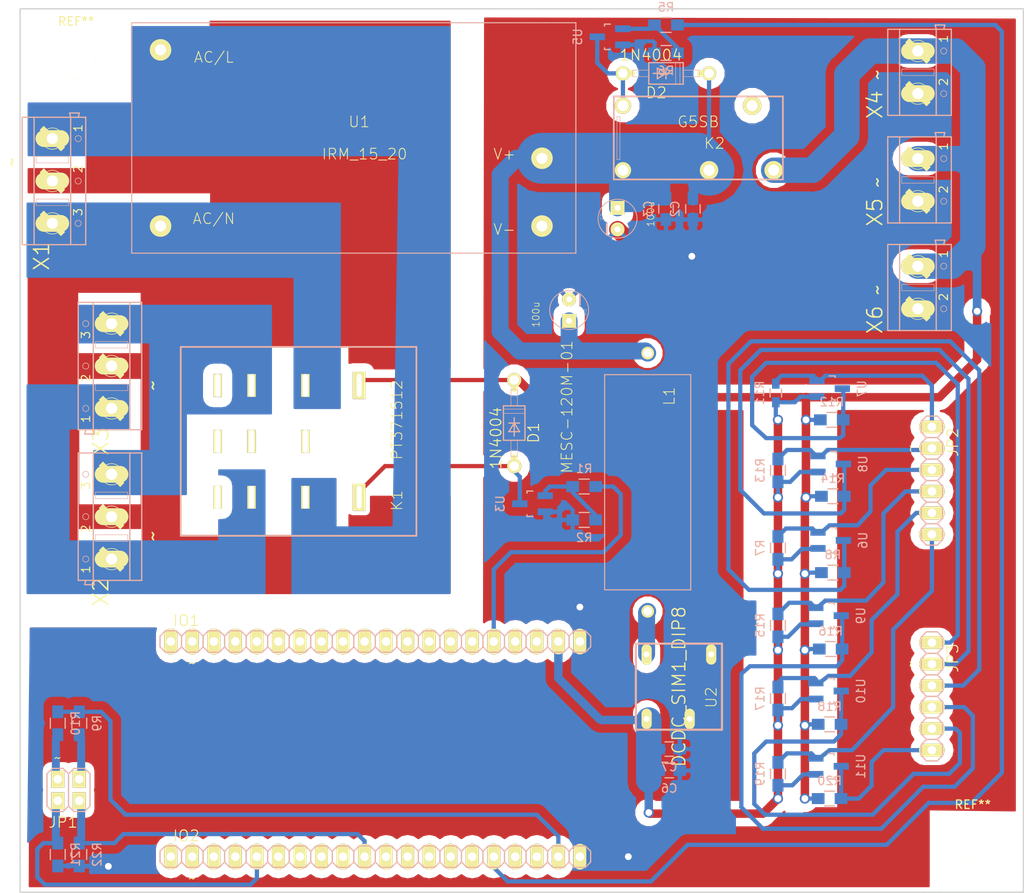
<source format=kicad_pcb>
(kicad_pcb (version 20171130) (host pcbnew "(5.0.0)")
  (title_block (title cosi_pwr.kicad_pcb) (date "29 JUL 2016") (rev 0.1))
  (layers (0 Top signal) (31 Bottom signal) (34 B.Paste user hide) (35 F.Paste user hide) (36 B.SilkS user) (37 F.SilkS user) (38 B.Mask user hide) (39 F.Mask user hide) (44 Edge.Cuts user))
  (net 0 "")
  (net 1 PE)
  (net 2 GND)
  (net 3 +12V)
  (net 4 +5V)
  (net 5 +3V3)
  (net 6 VCC_+12V)
  (net 7 /N$2)
  (net 8 /N$15)
  (net 9 /BANK2_0)
  (net 10 /BANK2_1)
  (net 11 /BANK2_2)
  (net 12 /BANK2_3)
  (net 13 /BANK2_4)
  (net 14 /BANK2_5)
  (net 15 /BANK2_6)
  (net 16 /BANK2_7)
  (net 17 /BANK2_8)
  (net 18 /BANK2_9)
  (net 19 /BANK2_10)
  (net 20 /BANK2_11)
  (net 21 /BANK2_12)
  (net 22 /BANK2_13)
  (net 23 /BANK2_14)
  (net 24 /BANK2_15)
  (net 25 /BANK2_16)
  (net 26 /BANK2_VCC)
  (net 27 /BANK1_0)
  (net 28 /BANK1_1)
  (net 29 /BANK1_2)
  (net 30 /BANK1_3)
  (net 31 /BANK1_4)
  (net 32 /BANK1_5)
  (net 33 /BANK1_6)
  (net 34 /BANK1_7)
  (net 35 /BANK1_8)
  (net 36 /BANK1_9)
  (net 37 /BANK1_10)
  (net 38 /BANK1_11)
  (net 39 /BANK1_12)
  (net 40 /BANK1_13)
  (net 41 /BANK1_14)
  (net 42 /BANK1_15)
  (net 43 /BANK1_VCC)
  (net 44 /+1.8V)
  (net 45 /N$19)
  (net 46 /N$20)
  (net 47 /SW_X+_L)
  (net 48 /SW_X-_L)
  (net 49 /SW_Y+_L)
  (net 50 /SW_Y-_L)
  (net 51 /SW_Z+_L)
  (net 52 /SW_Z-_L)
  (net 53 /SW_X+_H)
  (net 54 /SW_X-_H)
  (net 55 /SW_Y+_H)
  (net 56 /SW_Y-_H)
  (net 57 /SW_Z+_H)
  (net 58 /SW_Z-_H)
  (net 59 /AC_N)
  (net 60 /AC_L)
  (net 61 "Net-(K1-Pad22)")
  (net 62 "Net-(K1-Pad12)")
  (net 63 "Net-(K1-Pad32)")
  (net 64 /N$4)
  (net 65 /N$1)
  (net 66 /N$14)
  (net 67 "Net-(K1-Pad14)")
  (net 68 "Net-(K1-Pad24)")
  (net 69 "Net-(K1-Pad34)")
  (net 70 "Net-(K2-Pad4)")
  (net 71 "Net-(K1-Pad21)")
  (module Resistors_SMD:R_0805_HandSoldering (layer Bottom) (at 136.398 94.488 180)
    (fp_text reference R1 (at 0 2.1 180) (layer B.SilkS) (effects (justify mirror)))
    (fp_text value 1k)
    (pad 1 smd rect (at -1.35 0 180) (size 1.5 1.3) (layers Bottom B.Paste B.Mask) (net 24 /BANK2_15))
    (pad 2 smd rect (at 1.35 0 180) (size 1.5 1.3) (layers Bottom B.Paste B.Mask) (net 65 /N$1))
  )
  (module Resistors_SMD:R_0805_HandSoldering (layer Bottom) (at 136.398 98.425)
    (fp_text reference R2 (at 0 2.1) (layer B.SilkS) (effects (justify mirror)))
    (fp_text value 10k)
    (pad 1 smd rect (at -1.35 0) (size 1.5 1.3) (layers Bottom B.Paste B.Mask) (net 2 GND))
    (pad 2 smd rect (at 1.35 0) (size 1.5 1.3) (layers Bottom B.Paste B.Mask) (net 65 /N$1))
  )
  (module Resistors_SMD:R_0805_HandSoldering (layer Bottom) (at 146.05 40.005 180)
    (fp_text reference R5 (at 0 2.1 180) (layer B.SilkS) (effects (justify mirror)))
    (fp_text value 1k)
    (pad 1 smd rect (at -1.35 0 180) (size 1.5 1.3) (layers Bottom B.Paste B.Mask) (net 42 /BANK1_15))
    (pad 2 smd rect (at 1.35 0 180) (size 1.5 1.3) (layers Bottom B.Paste B.Mask) (net 66 /N$14))
  )
  (module Resistors_SMD:R_0805_HandSoldering (layer Bottom) (at 146.05 43.307)
    (fp_text reference R6 (at 0 2.1) (layer B.SilkS) (effects (justify mirror)))
    (fp_text value 10k)
    (pad 1 smd rect (at -1.35 0) (size 1.5 1.3) (layers Bottom B.Paste B.Mask) (net 2 GND))
    (pad 2 smd rect (at 1.35 0) (size 1.5 1.3) (layers Bottom B.Paste B.Mask) (net 66 /N$14))
  )
  (module Resistors_SMD:R_0805_HandSoldering (layer Bottom) (at 159.258 101.727 270)
    (fp_text reference R7 (at 0 2.1 270) (layer B.SilkS) (effects (justify mirror)))
    (fp_text value 10k)
    (pad 1 smd rect (at -1.35 0 270) (size 1.5 1.3) (layers Bottom B.Paste B.Mask) (net 49 /SW_Y+_L))
    (pad 2 smd rect (at 1.35 0 270) (size 1.5 1.3) (layers Bottom B.Paste B.Mask) (net 4 +5V))
  )
  (module Resistors_SMD:R_0805_HandSoldering (layer Bottom) (at 165.735 104.648 180)
    (fp_text reference R8 (at 0 2.1 180) (layer B.SilkS) (effects (justify mirror)))
    (fp_text value 10k)
    (pad 1 smd rect (at -1.35 0 180) (size 1.5 1.3) (layers Bottom B.Paste B.Mask) (net 55 /SW_Y+_H))
    (pad 2 smd rect (at 1.35 0 180) (size 1.5 1.3) (layers Bottom B.Paste B.Mask) (net 6 VCC_+12V))
  )
  (module Resistors_SMD:R_0805_HandSoldering (layer Bottom) (at 165.608 86.614 180)
    (fp_text reference R12 (at 0 2.1 180) (layer B.SilkS) (effects (justify mirror)))
    (fp_text value 10k)
    (pad 1 smd rect (at -1.35 0 180) (size 1.5 1.3) (layers Bottom B.Paste B.Mask) (net 53 /SW_X+_H))
    (pad 2 smd rect (at 1.35 0 180) (size 1.5 1.3) (layers Bottom B.Paste B.Mask) (net 6 VCC_+12V))
  )
  (module Resistors_SMD:R_0805_HandSoldering (layer Bottom) (at 159.258 92.583 270)
    (fp_text reference R13 (at 0 2.1 270) (layer B.SilkS) (effects (justify mirror)))
    (fp_text value 10k)
    (pad 1 smd rect (at -1.35 0 270) (size 1.5 1.3) (layers Bottom B.Paste B.Mask) (net 48 /SW_X-_L))
    (pad 2 smd rect (at 1.35 0 270) (size 1.5 1.3) (layers Bottom B.Paste B.Mask) (net 4 +5V))
  )
  (module Resistors_SMD:R_0805_HandSoldering (layer Bottom) (at 165.735 95.631 180)
    (fp_text reference R14 (at 0 2.1 180) (layer B.SilkS) (effects (justify mirror)))
    (fp_text value 10k)
    (pad 1 smd rect (at -1.35 0 180) (size 1.5 1.3) (layers Bottom B.Paste B.Mask) (net 54 /SW_X-_H))
    (pad 2 smd rect (at 1.35 0 180) (size 1.5 1.3) (layers Bottom B.Paste B.Mask) (net 6 VCC_+12V))
  )
  (module Resistors_SMD:R_0805_HandSoldering (layer Bottom) (at 159.258 110.871 270)
    (fp_text reference R15 (at 0 2.1 270) (layer B.SilkS) (effects (justify mirror)))
    (fp_text value 10k)
    (pad 1 smd rect (at -1.35 0 270) (size 1.5 1.3) (layers Bottom B.Paste B.Mask) (net 50 /SW_Y-_L))
    (pad 2 smd rect (at 1.35 0 270) (size 1.5 1.3) (layers Bottom B.Paste B.Mask) (net 4 +5V))
  )
  (module Resistors_SMD:R_0805_HandSoldering (layer Bottom) (at 159.258 119.507 270)
    (fp_text reference R17 (at 0 2.1 270) (layer B.SilkS) (effects (justify mirror)))
    (fp_text value 10k)
    (pad 1 smd rect (at -1.35 0 270) (size 1.5 1.3) (layers Bottom B.Paste B.Mask) (net 51 /SW_Z+_L))
    (pad 2 smd rect (at 1.35 0 270) (size 1.5 1.3) (layers Bottom B.Paste B.Mask) (net 4 +5V))
  )
  (module Resistors_SMD:R_0805_HandSoldering (layer Bottom) (at 159.258 128.397 270)
    (fp_text reference R19 (at 0 2.1 270) (layer B.SilkS) (effects (justify mirror)))
    (fp_text value 10k)
    (pad 1 smd rect (at -1.35 0 270) (size 1.5 1.3) (layers Bottom B.Paste B.Mask) (net 52 /SW_Z-_L))
    (pad 2 smd rect (at 1.35 0 270) (size 1.5 1.3) (layers Bottom B.Paste B.Mask) (net 4 +5V))
  )
  (module Resistors_SMD:R_0805_HandSoldering (layer Bottom) (at 165.354 131.318 180)
    (fp_text reference R20 (at 0 2.1 180) (layer B.SilkS) (effects (justify mirror)))
    (fp_text value 10k)
    (pad 1 smd rect (at -1.35 0 180) (size 1.5 1.3) (layers Bottom B.Paste B.Mask) (net 58 /SW_Z-_H))
    (pad 2 smd rect (at 1.35 0 180) (size 1.5 1.3) (layers Bottom B.Paste B.Mask) (net 6 VCC_+12V))
  )
  (module Resistors_SMD:R_0805_HandSoldering (layer Bottom) (at 74.295 137.922 90)
    (fp_text reference R21 (at 0 2.1 90) (layer B.SilkS) (effects (justify mirror)))
    (fp_text value 10k)
    (pad 1 smd rect (at -1.35 0 90) (size 1.5 1.3) (layers Bottom B.Paste B.Mask) (net 2 GND))
    (pad 2 smd rect (at 1.35 0 90) (size 1.5 1.3) (layers Bottom B.Paste B.Mask) (net 31 /BANK1_4))
  )
  (module Resistors_SMD:R_0805_HandSoldering (layer Bottom) (at 76.835 137.922 90)
    (fp_text reference R22 (at 0 2.1 90) (layer B.SilkS) (effects (justify mirror)))
    (fp_text value 10k)
    (pad 1 smd rect (at -1.35 0 90) (size 1.5 1.3) (layers Bottom B.Paste B.Mask) (net 2 GND))
    (pad 2 smd rect (at 1.35 0 90) (size 1.5 1.3) (layers Bottom B.Paste B.Mask) (net 36 /BANK1_9))
  )
  (module Resistors_SMD:R_0805_HandSoldering (layer Bottom) (at 76.835 122.428 90)
    (fp_text reference R9 (at 0 2.1 90) (layer B.SilkS) (effects (justify mirror)))
    (fp_text value 1k)
    (pad 1 smd rect (at -1.35 0 90) (size 1.5 1.3) (layers Bottom B.Paste B.Mask) (net 45 /N$19))
    (pad 2 smd rect (at 1.35 0 90) (size 1.5 1.3) (layers Bottom B.Paste B.Mask) (net 5 +3V3))
  )
  (module Resistors_SMD:R_0805_HandSoldering (layer Bottom) (at 74.295 122.428 90)
    (fp_text reference R10 (at 0 2.1 90) (layer B.SilkS) (effects (justify mirror)))
    (fp_text value 1k)
    (pad 1 smd rect (at -1.35 0 90) (size 1.5 1.3) (layers Bottom B.Paste B.Mask) (net 46 /N$20))
    (pad 2 smd rect (at 1.35 0 90) (size 1.5 1.3) (layers Bottom B.Paste B.Mask) (net 5 +3V3))
  )
  (module Resistors_SMD:R_0805_HandSoldering (layer Bottom) (at 165.354 122.555 180)
    (fp_text reference R18 (at 0 2.1 180) (layer B.SilkS) (effects (justify mirror)))
    (fp_text value 10k)
    (pad 1 smd rect (at -1.35 0 180) (size 1.5 1.3) (layers Bottom B.Paste B.Mask) (net 57 /SW_Z+_H))
    (pad 2 smd rect (at 1.35 0 180) (size 1.5 1.3) (layers Bottom B.Paste B.Mask) (net 6 VCC_+12V))
  )
  (module Resistors_SMD:R_0805_HandSoldering (layer Bottom) (at 165.481 113.665 180)
    (fp_text reference R16 (at 0 2.1 180) (layer B.SilkS) (effects (justify mirror)))
    (fp_text value 10k)
    (pad 1 smd rect (at -1.35 0 180) (size 1.5 1.3) (layers Bottom B.Paste B.Mask) (net 56 /SW_Y-_H))
    (pad 2 smd rect (at 1.35 0 180) (size 1.5 1.3) (layers Bottom B.Paste B.Mask) (net 6 VCC_+12V))
  )
  (module cosi_pwr:IRM_15_20 (layer Top) (at 109.22 53.34)
    (fp_text reference U1 (at 0.635 -1.905) (layer F.SilkS) (effects (font (size 1.27 1.27) (thickness 0.1016))))
    (fp_text value IRM_15_20 (at 1.27 1.905) (layer F.SilkS) (effects (font (size 1.27 1.27) (thickness 0.1016))))
    (fp_text user AC/N (at -16.51 9.525) (layer F.SilkS) (effects (font (size 1.27 1.27) (thickness 0.1016))))
    (fp_text user AC/L (at -16.51 -9.525) (layer F.SilkS) (effects (font (size 1.27 1.27) (thickness 0.1016))))
    (fp_text user V+ (at 17.78 1.905) (layer F.SilkS) (effects (font (size 1.27 1.27) (thickness 0.1016))))
    (fp_text user V- (at 17.78 10.795) (layer F.SilkS) (effects (font (size 1.27 1.27) (thickness 0.1016))))
    (pad AC/N thru_hole circle (at -22.79904 10.39876) (size 2.54 2.54) (drill 1.29794) (layers *.Cu F.Paste F.SilkS F.Mask) (net 59 /AC_N))
    (pad AC/L thru_hole circle (at -22.79904 -10.39876) (size 2.54 2.54) (drill 1.29794) (layers *.Cu F.Paste F.SilkS F.Mask) (net 60 /AC_L))
    (pad V+ thru_hole circle (at 22.1996 2.39776) (size 2.54 2.54) (drill 1.29794) (layers *.Cu F.Paste F.SilkS F.Mask) (net 3 +12V))
    (pad V- thru_hole circle (at 22.1996 10.39876) (size 2.54 2.54) (drill 1.29794) (layers *.Cu F.Paste F.SilkS F.Mask) (net 2 GND))
  )
  (module cosi_pwr:PT-3 (layer Top) (at 109.855 89.154 90)
    (fp_text reference K1 (at -6.985 4.445 90) (layer F.SilkS) (effects (font (size 1.27 1.27) (thickness 0.1016))))
    (fp_text value PT371512 (at 2.54 4.445 90) (layer F.SilkS) (effects (font (size 1.27 1.27) (thickness 0.1016))))
    (pad 11 thru_hole rect (at 6.59892 -6.35 90) (size 2.7 1) (drill oval 2.7 0.6) (layers *.Cu F.Paste F.SilkS F.Mask) (net 59 /AC_N))
    (pad 12 thru_hole rect (at 6.59892 -16.69796 90) (size 2.7 1) (drill oval 2.7 0.6) (layers *.Cu F.Paste F.SilkS F.Mask) (net 62 "Net-(K1-Pad12)"))
    (pad 14 thru_hole rect (at 6.59892 -12.7 90) (size 2.7 1) (drill oval 2.7 0.6) (layers *.Cu F.Paste F.SilkS F.Mask) (net 67 "Net-(K1-Pad14)"))
    (pad 21 thru_hole rect (at 0 -6.35 90) (size 2.7 1) (drill oval 2.7 0.6) (layers *.Cu F.Paste F.SilkS F.Mask) (net 71 "Net-(K1-Pad21)"))
    (pad 22 thru_hole rect (at 0 -16.69796 90) (size 2.7 1) (drill oval 2.7 0.6) (layers *.Cu F.Paste F.SilkS F.Mask) (net 61 "Net-(K1-Pad22)"))
    (pad 24 thru_hole rect (at 0 -12.7 90) (size 2.7 1) (drill oval 2.7 0.6) (layers *.Cu F.Paste F.SilkS F.Mask) (net 68 "Net-(K1-Pad24)"))
    (pad 31 thru_hole rect (at -6.59892 -6.35 90) (size 2.7 1) (drill oval 2.7 0.6) (layers *.Cu F.Paste F.SilkS F.Mask) (net 60 /AC_L))
    (pad 32 thru_hole rect (at -6.59892 -16.69796 90) (size 2.7 1) (drill oval 2.7 0.6) (layers *.Cu F.Paste F.SilkS F.Mask) (net 63 "Net-(K1-Pad32)"))
    (pad 34 thru_hole rect (at -6.59892 -12.7 90) (size 2.7 1) (drill oval 2.7 0.6) (layers *.Cu F.Paste F.SilkS F.Mask) (net 69 "Net-(K1-Pad34)"))
    (pad A1 thru_hole rect (at 6.59892 0 90) (size 3.2 1.5) (drill oval 2.7 0.6) (layers *.Cu F.Paste F.SilkS F.Mask) (net 6 VCC_+12V))
    (pad A2 thru_hole rect (at -6.59892 0 90) (size 3.2 1.5) (drill oval 2.7 0.6) (layers *.Cu F.Paste F.SilkS F.Mask) (net 7 /N$2))
  )
  (module cosi_pwr:DO41-10 (layer Top) (at 128.143 86.995 270)
    (fp_text reference D1 (at 1.143 -2.286 270) (layer F.SilkS) (effects (font (size 1.27 1.27) (thickness 0.127))))
    (fp_text value 1N4004 (at 1.778 2.159 270) (layer F.SilkS) (effects (font (size 1.27 1.27) (thickness 0.127))))
    (pad A thru_hole circle (at 5.08 0 270) (size 1.6764 1.6764) (drill 1.1176) (layers *.Cu F.Paste F.SilkS F.Mask) (net 7 /N$2))
    (pad C thru_hole circle (at -5.08 0 270) (size 1.6764 1.6764) (drill 1.1176) (layers *.Cu F.Paste F.SilkS F.Mask) (net 6 VCC_+12V))
  )
  (module cosi_pwr:CPOL-RADIAL-100UF-25V (layer Top) (at 140.335 62.865 90)
    (fp_text reference C1 (at 0.254 -1.8542 90) (layer F.SilkS) (effects (font (size 0.4064 0.4064) (thickness 0.0254))))
    (fp_text value 100u (at 0.5334 3.9116 90) (layer F.SilkS) (effects (font (size 0.8128 0.8128) (thickness 0.0762))))
    (pad 1 thru_hole rect (at 1.27 0 90) (size 1.651 1.651) (drill 0.6985) (layers *.Cu F.Paste F.SilkS F.Mask) (net 3 +12V))
    (pad 2 thru_hole circle (at -1.27 0 90) (size 1.651 1.651) (drill 0.6985) (layers *.Cu F.Paste F.SilkS F.Mask) (net 2 GND))
  )
  (module cosi_pwr:CPOL-RADIAL-100UF-25V (layer Top) (at 134.62 73.66 270)
    (fp_text reference C5 (at 0.254 -1.8542 270) (layer F.SilkS) (effects (font (size 0.4064 0.4064) (thickness 0.0254))))
    (fp_text value 100u (at 0.5334 3.9116 270) (layer F.SilkS) (effects (font (size 0.8128 0.8128) (thickness 0.0762))))
    (pad 1 thru_hole rect (at 1.27 0 270) (size 1.651 1.651) (drill 0.6985) (layers *.Cu F.Paste F.SilkS F.Mask) (net 3 +12V))
    (pad 2 thru_hole circle (at -1.27 0 270) (size 1.651 1.651) (drill 0.6985) (layers *.Cu F.Paste F.SilkS F.Mask) (net 2 GND))
  )
  (module cosi_pwr:1X20 (layer Top) (at 111.76 112.776)
    (fp_text reference IO1 (at -22.3012 -2.4638) (layer F.SilkS) (effects (font (size 1.27 1.27) (thickness 0.127))))
    (fp_text value ~ (at -21.59 2.54) (layer F.SilkS) (effects (font (size 1.27 1.27) (thickness 0.1016))))
    (pad 1 thru_hole oval (at -24.13 0) (size 1.524 3.048) (drill 1.016) (layers *.Cu F.Paste F.SilkS F.Mask) (net 9 /BANK2_0))
    (pad 2 thru_hole oval (at -21.59 0) (size 1.524 3.048) (drill 1.016) (layers *.Cu F.Paste F.SilkS F.Mask) (net 10 /BANK2_1))
    (pad 3 thru_hole oval (at -19.05 0) (size 1.524 3.048) (drill 1.016) (layers *.Cu F.Paste F.SilkS F.Mask) (net 11 /BANK2_2))
    (pad 4 thru_hole oval (at -16.51 0) (size 1.524 3.048) (drill 1.016) (layers *.Cu F.Paste F.SilkS F.Mask) (net 12 /BANK2_3))
    (pad 5 thru_hole oval (at -13.97 0) (size 1.524 3.048) (drill 1.016) (layers *.Cu F.Paste F.SilkS F.Mask) (net 13 /BANK2_4))
    (pad 6 thru_hole oval (at -11.43 0) (size 1.524 3.048) (drill 1.016) (layers *.Cu F.Paste F.SilkS F.Mask) (net 14 /BANK2_5))
    (pad 7 thru_hole oval (at -8.89 0) (size 1.524 3.048) (drill 1.016) (layers *.Cu F.Paste F.SilkS F.Mask) (net 15 /BANK2_6))
    (pad 8 thru_hole oval (at -6.35 0) (size 1.524 3.048) (drill 1.016) (layers *.Cu F.Paste F.SilkS F.Mask) (net 16 /BANK2_7))
    (pad 9 thru_hole oval (at -3.81 0) (size 1.524 3.048) (drill 1.016) (layers *.Cu F.Paste F.SilkS F.Mask) (net 17 /BANK2_8))
    (pad 10 thru_hole oval (at -1.27 0) (size 1.524 3.048) (drill 1.016) (layers *.Cu F.Paste F.SilkS F.Mask) (net 18 /BANK2_9))
    (pad 11 thru_hole oval (at 1.27 0) (size 1.524 3.048) (drill 1.016) (layers *.Cu F.Paste F.SilkS F.Mask) (net 19 /BANK2_10))
    (pad 12 thru_hole oval (at 3.81 0) (size 1.524 3.048) (drill 1.016) (layers *.Cu F.Paste F.SilkS F.Mask) (net 20 /BANK2_11))
    (pad 13 thru_hole oval (at 6.35 0) (size 1.524 3.048) (drill 1.016) (layers *.Cu F.Paste F.SilkS F.Mask) (net 21 /BANK2_12))
    (pad 14 thru_hole oval (at 8.89 0) (size 1.524 3.048) (drill 1.016) (layers *.Cu F.Paste F.SilkS F.Mask) (net 22 /BANK2_13))
    (pad 15 thru_hole oval (at 11.43 0) (size 1.524 3.048) (drill 1.016) (layers *.Cu F.Paste F.SilkS F.Mask) (net 23 /BANK2_14))
    (pad 16 thru_hole oval (at 13.97 0) (size 1.524 3.048) (drill 1.016) (layers *.Cu F.Paste F.SilkS F.Mask) (net 24 /BANK2_15))
    (pad 17 thru_hole oval (at 16.51 0) (size 1.524 3.048) (drill 1.016) (layers *.Cu F.Paste F.SilkS F.Mask) (net 25 /BANK2_16))
    (pad 18 thru_hole oval (at 19.05 0) (size 1.524 3.048) (drill 1.016) (layers *.Cu F.Paste F.SilkS F.Mask) (net 26 /BANK2_VCC))
    (pad 19 thru_hole oval (at 21.59 0) (size 1.524 3.048) (drill 1.016) (layers *.Cu F.Paste F.SilkS F.Mask) (net 4 +5V))
    (pad 20 thru_hole oval (at 24.13 0) (size 1.524 3.048) (drill 1.016) (layers *.Cu F.Paste F.SilkS F.Mask) (net 2 GND))
  )
  (module cosi_pwr:1X20 (layer Top) (at 111.76 138.176)
    (fp_text reference IO2 (at -22.3012 -2.4638) (layer F.SilkS) (effects (font (size 1.27 1.27) (thickness 0.127))))
    (fp_text value ~ (at -21.59 2.54) (layer F.SilkS) (effects (font (size 1.27 1.27) (thickness 0.1016))))
    (pad 1 thru_hole oval (at -24.13 0) (size 1.524 3.048) (drill 1.016) (layers *.Cu F.Paste F.SilkS F.Mask) (net 27 /BANK1_0))
    (pad 2 thru_hole oval (at -21.59 0) (size 1.524 3.048) (drill 1.016) (layers *.Cu F.Paste F.SilkS F.Mask) (net 28 /BANK1_1))
    (pad 3 thru_hole oval (at -19.05 0) (size 1.524 3.048) (drill 1.016) (layers *.Cu F.Paste F.SilkS F.Mask) (net 29 /BANK1_2))
    (pad 4 thru_hole oval (at -16.51 0) (size 1.524 3.048) (drill 1.016) (layers *.Cu F.Paste F.SilkS F.Mask) (net 30 /BANK1_3))
    (pad 5 thru_hole oval (at -13.97 0) (size 1.524 3.048) (drill 1.016) (layers *.Cu F.Paste F.SilkS F.Mask) (net 31 /BANK1_4))
    (pad 6 thru_hole oval (at -11.43 0) (size 1.524 3.048) (drill 1.016) (layers *.Cu F.Paste F.SilkS F.Mask) (net 32 /BANK1_5))
    (pad 7 thru_hole oval (at -8.89 0) (size 1.524 3.048) (drill 1.016) (layers *.Cu F.Paste F.SilkS F.Mask) (net 33 /BANK1_6))
    (pad 8 thru_hole oval (at -6.35 0) (size 1.524 3.048) (drill 1.016) (layers *.Cu F.Paste F.SilkS F.Mask) (net 34 /BANK1_7))
    (pad 9 thru_hole oval (at -3.81 0) (size 1.524 3.048) (drill 1.016) (layers *.Cu F.Paste F.SilkS F.Mask) (net 35 /BANK1_8))
    (pad 10 thru_hole oval (at -1.27 0) (size 1.524 3.048) (drill 1.016) (layers *.Cu F.Paste F.SilkS F.Mask) (net 36 /BANK1_9))
    (pad 11 thru_hole oval (at 1.27 0) (size 1.524 3.048) (drill 1.016) (layers *.Cu F.Paste F.SilkS F.Mask) (net 37 /BANK1_10))
    (pad 12 thru_hole oval (at 3.81 0) (size 1.524 3.048) (drill 1.016) (layers *.Cu F.Paste F.SilkS F.Mask) (net 38 /BANK1_11))
    (pad 13 thru_hole oval (at 6.35 0) (size 1.524 3.048) (drill 1.016) (layers *.Cu F.Paste F.SilkS F.Mask) (net 39 /BANK1_12))
    (pad 14 thru_hole oval (at 8.89 0) (size 1.524 3.048) (drill 1.016) (layers *.Cu F.Paste F.SilkS F.Mask) (net 40 /BANK1_13))
    (pad 15 thru_hole oval (at 11.43 0) (size 1.524 3.048) (drill 1.016) (layers *.Cu F.Paste F.SilkS F.Mask) (net 41 /BANK1_14))
    (pad 16 thru_hole oval (at 13.97 0) (size 1.524 3.048) (drill 1.016) (layers *.Cu F.Paste F.SilkS F.Mask) (net 42 /BANK1_15))
    (pad 17 thru_hole oval (at 16.51 0) (size 1.524 3.048) (drill 1.016) (layers *.Cu F.Paste F.SilkS F.Mask) (net 43 /BANK1_VCC))
    (pad 18 thru_hole oval (at 19.05 0) (size 1.524 3.048) (drill 1.016) (layers *.Cu F.Paste F.SilkS F.Mask) (net 44 /+1.8V))
    (pad 19 thru_hole oval (at 21.59 0) (size 1.524 3.048) (drill 1.016) (layers *.Cu F.Paste F.SilkS F.Mask) (net 5 +3V3))
    (pad 20 thru_hole oval (at 24.13 0) (size 1.524 3.048) (drill 1.016) (layers *.Cu F.Paste F.SilkS F.Mask) (net 2 GND))
  )
  (module cosi_pwr:2X02 (layer Top) (at 75.565 130.302 180)
    (fp_text reference JP1 (at 0.635 -3.81 180) (layer F.SilkS) (effects (font (size 1.27 1.27) (thickness 0.127))))
    (fp_text value ~ (at 1.27 3.81 180) (layer F.SilkS) (effects (font (size 1.27 1.27) (thickness 0.1016))))
    (pad 1 thru_hole rect (at -1.27 1.27 180) (size 1.524 2) (drill 1.016) (layers *.Cu F.Paste F.SilkS F.Mask) (net 45 /N$19))
    (pad 2 thru_hole rect (at -1.27 -1.27 180) (size 1.524 2) (drill 1.016) (layers *.Cu F.Paste F.SilkS F.Mask) (net 36 /BANK1_9))
    (pad 3 thru_hole rect (at 1.27 1.27 180) (size 1.524 2) (drill 1.016) (layers *.Cu F.Paste F.SilkS F.Mask) (net 46 /N$20))
    (pad 4 thru_hole rect (at 1.27 -1.27 180) (size 1.524 2) (drill 1.016) (layers *.Cu F.Paste F.SilkS F.Mask) (net 31 /BANK1_4))
  )
  (module cosi_pwr:1X06 (layer Top) (at 177.419 93.7895 270)
    (fp_text reference JP2 (at -4.5212 -2.4638 270) (layer F.SilkS) (effects (font (size 1.27 1.27) (thickness 0.127))))
    (fp_text value ~ (at -3.81 2.54 270) (layer F.SilkS) (effects (font (size 1.27 1.27) (thickness 0.1016))))
    (pad 1 thru_hole oval (at -6.35 0 90) (size 1.524 3.048) (drill 1.016) (layers *.Cu F.Paste F.SilkS F.Mask) (net 47 /SW_X+_L))
    (pad 2 thru_hole oval (at -3.81 0 90) (size 1.524 3.048) (drill 1.016) (layers *.Cu F.Paste F.SilkS F.Mask) (net 48 /SW_X-_L))
    (pad 3 thru_hole oval (at -1.27 0 90) (size 1.524 3.048) (drill 1.016) (layers *.Cu F.Paste F.SilkS F.Mask) (net 49 /SW_Y+_L))
    (pad 4 thru_hole oval (at 1.27 0 90) (size 1.524 3.048) (drill 1.016) (layers *.Cu F.Paste F.SilkS F.Mask) (net 50 /SW_Y-_L))
    (pad 5 thru_hole oval (at 3.81 0 90) (size 1.524 3.048) (drill 1.016) (layers *.Cu F.Paste F.SilkS F.Mask) (net 51 /SW_Z+_L))
    (pad 6 thru_hole oval (at 6.35 0 90) (size 1.524 3.048) (drill 1.016) (layers *.Cu F.Paste F.SilkS F.Mask) (net 52 /SW_Z-_L))
  )
  (module cosi_pwr:1X06 (layer Top) (at 177.419 119.253 270)
    (fp_text reference JP3 (at -4.5212 -2.4638 270) (layer F.SilkS) (effects (font (size 1.27 1.27) (thickness 0.127))))
    (fp_text value ~ (at -3.81 2.54 270) (layer F.SilkS) (effects (font (size 1.27 1.27) (thickness 0.1016))))
    (pad 1 thru_hole oval (at -6.35 0 90) (size 1.524 3.048) (drill 1.016) (layers *.Cu F.Paste F.SilkS F.Mask) (net 53 /SW_X+_H))
    (pad 2 thru_hole oval (at -3.81 0 90) (size 1.524 3.048) (drill 1.016) (layers *.Cu F.Paste F.SilkS F.Mask) (net 54 /SW_X-_H))
    (pad 3 thru_hole oval (at -1.27 0 90) (size 1.524 3.048) (drill 1.016) (layers *.Cu F.Paste F.SilkS F.Mask) (net 55 /SW_Y+_H))
    (pad 4 thru_hole oval (at 1.27 0 90) (size 1.524 3.048) (drill 1.016) (layers *.Cu F.Paste F.SilkS F.Mask) (net 56 /SW_Y-_H))
    (pad 5 thru_hole oval (at 3.81 0 90) (size 1.524 3.048) (drill 1.016) (layers *.Cu F.Paste F.SilkS F.Mask) (net 57 /SW_Z+_H))
    (pad 6 thru_hole oval (at 6.35 0 90) (size 1.524 3.048) (drill 1.016) (layers *.Cu F.Paste F.SilkS F.Mask) (net 58 /SW_Z-_H))
  )
  (module cosi_pwr:MESC-120M-01 (layer Top) (at 143.891 93.98 270)
    (fp_text reference L1 (at -10.16 -2.54 270) (layer F.SilkS) (effects (font (size 1.27 1.27) (thickness 0.1016))))
    (fp_text value MESC-120M-01 (at -8.89 9.525 270) (layer F.SilkS) (effects (font (size 1.27 1.27) (thickness 0.1016))))
    (pad P$1 thru_hole circle (at -15.24 0 270) (size 1.50622 1.50622) (drill 0.99822) (layers *.Cu F.Paste F.SilkS F.Mask) (net 3 +12V))
    (pad P$2 thru_hole circle (at 15.24 0 270) (size 1.50622 1.50622) (drill 0.99822) (layers *.Cu F.Paste F.SilkS F.Mask) (net 64 /N$4))
  )
  (module cosi_pwr:DCDC_SIM1_DIP8 (layer Top) (at 147.574 118.11 270)
    (fp_text reference U2 (at 1.27 -3.81 270) (layer F.SilkS) (effects (font (size 1.27 1.27) (thickness 0.1016))))
    (fp_text value DCDC_SIM1_DIP8 (at 0 0 270) (layer F.SilkS) (effects (font (size 1.524 1.524))))
    (pad 1 thru_hole oval (at -3.81 -3.81) (size 1.2065 2.41554) (drill 0.6985) (layers *.Cu F.Paste F.SilkS F.Mask) (net 2 GND))
    (pad 4 thru_hole oval (at -3.81 3.81) (size 1.2065 2.41554) (drill 0.6985) (layers *.Cu F.Paste F.SilkS F.Mask) (net 64 /N$4))
    (pad 5 thru_hole oval (at 3.81 3.81) (size 1.2065 2.41554) (drill 0.6985) (layers *.Cu F.Paste F.SilkS F.Mask) (net 4 +5V))
    (pad 7 thru_hole oval (at 3.81 -1.27) (size 1.2065 2.41554) (drill 0.6985) (layers *.Cu F.Paste F.SilkS F.Mask) (net 2 GND))
  )
  (module cosi_pwr:AK500_3 (layer Top) (at 73.66 58.42 270)
    (fp_text reference X1 (at 8.89 1.27 270) (layer F.SilkS) (effects (font (size 1.778 1.778) (thickness 0.1778))))
    (fp_text value ~ (at -2.2606 4.826 270) (layer F.SilkS) (effects (font (size 1.778 1.778) (thickness 0.1778))))
    (fp_text user 1 (at -6.2357 -3.0353 270) (layer F.SilkS) (effects (font (size 0.9906 0.9906) (thickness 0.127))))
    (fp_text user 2 (at -1.4097 -3.0353 270) (layer F.SilkS) (effects (font (size 0.9906 0.9906) (thickness 0.127))))
    (fp_text user 3 (at 3.6703 -3.0353 270) (layer F.SilkS) (effects (font (size 0.9906 0.9906) (thickness 0.127))))
    (pad 1 thru_hole oval (at -5.0038 0 90) (size 1.9812 3.9624) (drill 1.3208) (layers *.Cu F.Paste F.SilkS F.Mask) (net 60 /AC_L))
    (pad 2 thru_hole oval (at 0 0 90) (size 1.9812 3.9624) (drill 1.3208) (layers *.Cu F.Paste F.SilkS F.Mask) (net 1 PE))
    (pad 3 thru_hole oval (at 5.0038 0 90) (size 1.9812 3.9624) (drill 1.3208) (layers *.Cu F.Paste F.SilkS F.Mask) (net 59 /AC_N))
  )
  (module cosi_pwr:AK500_3 (layer Top) (at 80.645 98.044 90)
    (fp_text reference X2 (at -8.89 -1.27 90) (layer F.SilkS) (effects (font (size 1.778 1.778) (thickness 0.1778))))
    (fp_text value ~ (at -2.2606 4.826 90) (layer F.SilkS) (effects (font (size 1.778 1.778) (thickness 0.1778))))
    (fp_text user 1 (at -6.2357 -3.0353 90) (layer F.SilkS) (effects (font (size 0.9906 0.9906) (thickness 0.127))))
    (fp_text user 2 (at -1.4097 -3.0353 90) (layer F.SilkS) (effects (font (size 0.9906 0.9906) (thickness 0.127))))
    (fp_text user 3 (at 3.6703 -3.0353 90) (layer F.SilkS) (effects (font (size 0.9906 0.9906) (thickness 0.127))))
    (pad 1 thru_hole oval (at -5.0038 0 270) (size 1.9812 3.9624) (drill 1.3208) (layers *.Cu F.Paste F.SilkS F.Mask) (net 69 "Net-(K1-Pad34)"))
    (pad 2 thru_hole oval (at 0 0 270) (size 1.9812 3.9624) (drill 1.3208) (layers *.Cu F.Paste F.SilkS F.Mask) (net 1 PE))
    (pad 3 thru_hole oval (at 5.0038 0 270) (size 1.9812 3.9624) (drill 1.3208) (layers *.Cu F.Paste F.SilkS F.Mask) (net 67 "Net-(K1-Pad14)"))
  )
  (module cosi_pwr:AK500_3 (layer Top) (at 80.645 80.264 90)
    (fp_text reference X3 (at -8.89 -1.27 90) (layer F.SilkS) (effects (font (size 1.778 1.778) (thickness 0.1778))))
    (fp_text value ~ (at -2.2606 4.826 90) (layer F.SilkS) (effects (font (size 1.778 1.778) (thickness 0.1778))))
    (fp_text user 1 (at -6.2357 -3.0353 90) (layer F.SilkS) (effects (font (size 0.9906 0.9906) (thickness 0.127))))
    (fp_text user 2 (at -1.4097 -3.0353 90) (layer F.SilkS) (effects (font (size 0.9906 0.9906) (thickness 0.127))))
    (fp_text user 3 (at 3.6703 -3.0353 90) (layer F.SilkS) (effects (font (size 0.9906 0.9906) (thickness 0.127))))
    (pad 1 thru_hole oval (at -5.0038 0 270) (size 1.9812 3.9624) (drill 1.3208) (layers *.Cu F.Paste F.SilkS F.Mask) (net 69 "Net-(K1-Pad34)"))
    (pad 2 thru_hole oval (at 0 0 270) (size 1.9812 3.9624) (drill 1.3208) (layers *.Cu F.Paste F.SilkS F.Mask) (net 1 PE))
    (pad 3 thru_hole oval (at 5.0038 0 270) (size 1.9812 3.9624) (drill 1.3208) (layers *.Cu F.Paste F.SilkS F.Mask) (net 67 "Net-(K1-Pad14)"))
  )
  (module cosi_pwr:AK500_2 (layer Top) (at 175.768 45.593 270)
    (fp_text reference X4 (at 3.81 5.08 270) (layer F.SilkS) (effects (font (size 1.778 1.778) (thickness 0.1778))))
    (fp_text value ~ (at 0.254 4.826 270) (layer F.SilkS) (effects (font (size 1.778 1.778) (thickness 0.1778))))
    (fp_text user 1 (at -3.9497 -3.0353 270) (layer F.SilkS) (effects (font (size 0.9906 0.9906) (thickness 0.127))))
    (fp_text user 2 (at 1.1303 -3.0353 270) (layer F.SilkS) (effects (font (size 0.9906 0.9906) (thickness 0.127))))
    (pad 1 thru_hole oval (at -2.5146 0 90) (size 1.9812 3.9624) (drill 1.3208) (layers *.Cu F.Paste F.SilkS F.Mask) (net 6 VCC_+12V))
    (pad 2 thru_hole oval (at 2.5146 0 90) (size 1.9812 3.9624) (drill 1.3208) (layers *.Cu F.Paste F.SilkS F.Mask) (net 2 GND))
  )
  (module cosi_pwr:AK500_2 (layer Top) (at 175.768 58.293 270)
    (fp_text reference X5 (at 3.81 5.08 270) (layer F.SilkS) (effects (font (size 1.778 1.778) (thickness 0.1778))))
    (fp_text value ~ (at 0.254 4.826 270) (layer F.SilkS) (effects (font (size 1.778 1.778) (thickness 0.1778))))
    (fp_text user 1 (at -3.9497 -3.0353 270) (layer F.SilkS) (effects (font (size 0.9906 0.9906) (thickness 0.127))))
    (fp_text user 2 (at 1.1303 -3.0353 270) (layer F.SilkS) (effects (font (size 0.9906 0.9906) (thickness 0.127))))
    (pad 1 thru_hole oval (at -2.5146 0 90) (size 1.9812 3.9624) (drill 1.3208) (layers *.Cu F.Paste F.SilkS F.Mask) (net 6 VCC_+12V))
    (pad 2 thru_hole oval (at 2.5146 0 90) (size 1.9812 3.9624) (drill 1.3208) (layers *.Cu F.Paste F.SilkS F.Mask) (net 2 GND))
  )
  (module cosi_pwr:AK500_2 (layer Top) (at 175.768 70.993 270)
    (fp_text reference X6 (at 3.81 5.08 270) (layer F.SilkS) (effects (font (size 1.778 1.778) (thickness 0.1778))))
    (fp_text value ~ (at 0.254 4.826 270) (layer F.SilkS) (effects (font (size 1.778 1.778) (thickness 0.1778))))
    (fp_text user 1 (at -3.9497 -3.0353 270) (layer F.SilkS) (effects (font (size 0.9906 0.9906) (thickness 0.127))))
    (fp_text user 2 (at 1.1303 -3.0353 270) (layer F.SilkS) (effects (font (size 0.9906 0.9906) (thickness 0.127))))
    (pad 1 thru_hole oval (at -2.5146 0 90) (size 1.9812 3.9624) (drill 1.3208) (layers *.Cu F.Paste F.SilkS F.Mask) (net 6 VCC_+12V))
    (pad 2 thru_hole oval (at 2.5146 0 90) (size 1.9812 3.9624) (drill 1.3208) (layers *.Cu F.Paste F.SilkS F.Mask) (net 2 GND))
  )
  (module cosi_pwr:G5SB (layer Top) (at 148.59 53.34 180)
    (fp_text reference K2 (at -3.175 -0.635 180) (layer F.SilkS) (effects (font (size 1.27 1.27) (thickness 0.1016))))
    (fp_text value G5SB (at -1.27 1.905 180) (layer F.SilkS) (effects (font (size 1.27 1.27) (thickness 0.1016))))
    (pad 1 thru_hole circle (at 7.62 -3.81 180) (size 1.9304 1.9304) (drill 1.29794) (layers *.Cu F.Paste F.SilkS F.Mask) (net 3 +12V))
    (pad 2 thru_hole circle (at -2.54 -3.81 180) (size 2.18186 2.18186) (drill 1.29794) (layers *.Cu F.Paste F.SilkS F.Mask) (net 3 +12V))
    (pad 3 thru_hole circle (at -10.16 -3.81 180) (size 2.18186 2.18186) (drill 1.29794) (layers *.Cu F.Paste F.SilkS F.Mask) (net 6 VCC_+12V))
    (pad 4 thru_hole circle (at -7.62 3.81 180) (size 2.18186 2.18186) (drill 1.29794) (layers *.Cu F.Paste F.SilkS F.Mask) (net 70 "Net-(K2-Pad4)"))
    (pad 5 thru_hole circle (at 7.62 3.81 180) (size 1.9304 1.9304) (drill 1.29794) (layers *.Cu F.Paste F.SilkS F.Mask) (net 8 /N$15))
  )
  (module cosi_pwr:DO41-10 (layer Top) (at 146.05 45.72 180)
    (fp_text reference D2 (at 1.143 -2.286) (layer F.SilkS) (effects (font (size 1.27 1.27) (thickness 0.127))))
    (fp_text value 1N4004 (at 1.778 2.159 180) (layer F.SilkS) (effects (font (size 1.27 1.27) (thickness 0.127))))
    (pad A thru_hole circle (at 5.08 0 180) (size 1.6764 1.6764) (drill 1.1176) (layers *.Cu F.Paste F.SilkS F.Mask) (net 8 /N$15))
    (pad C thru_hole circle (at -5.08 0 180) (size 1.6764 1.6764) (drill 1.1176) (layers *.Cu F.Paste F.SilkS F.Mask) (net 3 +12V))
  )
  (module Mounting_Holes:MountingHole_4.3mm_M4_DIN965 (layer Top) (at 76.454 44.323)
    (fp_text reference REF** (at 0 -4.75) (layer F.SilkS))
    (fp_text value MountingHole_4.3mm_M4_DIN965)
    (pad 1 np_thru_hole circle (at 0 0) (size 4.3 4.3) (drill 4.3) (layers *.Cu *.Mask F.SilkS))
  )
  (module Mounting_Holes:MountingHole_4.3mm_M4_DIN965 (layer Top) (at 182.245 136.779)
    (fp_text reference REF** (at 0 -4.75) (layer F.SilkS))
    (fp_text value MountingHole_4.3mm_M4_DIN965)
    (pad 1 np_thru_hole circle (at 0 0) (size 4.3 4.3) (drill 4.3) (layers *.Cu *.Mask F.SilkS))
  )
  (module Capacitors_SMD:C_0805_HandSoldering (layer Bottom) (at 146.431 125.476)
    (fp_text reference C7 (at 0 2.1) (layer B.SilkS) (effects (justify mirror)))
    (fp_text value 0.1u)
    (pad 1 smd rect (at -1.25 0) (size 1.5 1.25) (layers Bottom B.Paste B.Mask) (net 4 +5V))
    (pad 2 smd rect (at 1.25 0) (size 1.5 1.25) (layers Bottom B.Paste B.Mask) (net 2 GND))
  )
  (module Capacitors_SMD:C_0805_HandSoldering (layer Bottom) (at 146.431 128.016)
    (fp_text reference C6 (at 0 2.1) (layer B.SilkS) (effects (justify mirror)))
    (fp_text value 4.7u)
    (pad 1 smd rect (at -1.25 0) (size 1.5 1.25) (layers Bottom B.Paste B.Mask) (net 4 +5V))
    (pad 2 smd rect (at 1.25 0) (size 1.5 1.25) (layers Bottom B.Paste B.Mask) (net 2 GND))
  )
  (module Capacitors_SMD:C_0805_HandSoldering (layer Bottom) (at 146.05 61.722 270)
    (fp_text reference C3 (at 0 2.1 270) (layer B.SilkS) (effects (justify mirror)))
    (fp_text value 0.1u)
    (pad 1 smd rect (at -1.25 0 270) (size 1.5 1.25) (layers Bottom B.Paste B.Mask) (net 3 +12V))
    (pad 2 smd rect (at 1.25 0 270) (size 1.5 1.25) (layers Bottom B.Paste B.Mask) (net 2 GND))
  )
  (module Capacitors_SMD:C_0805_HandSoldering (layer Bottom) (at 149.225 61.722 270)
    (fp_text reference C2 (at 0 2.1 270) (layer B.SilkS) (effects (justify mirror)))
    (fp_text value 4.7u)
    (pad 1 smd rect (at -1.25 0 270) (size 1.5 1.25) (layers Bottom B.Paste B.Mask) (net 3 +12V))
    (pad 2 smd rect (at 1.25 0 270) (size 1.5 1.25) (layers Bottom B.Paste B.Mask) (net 2 GND))
  )
  (module TO_SOT_Packages_SMD:SOT-23_Handsoldering (layer Bottom) (at 139.446 41.402 270)
    (fp_text reference U5 (at 0 3.81 270) (layer B.SilkS) (effects (justify mirror)))
    (fp_text value N-CHANNEL-MOSFET-BSS138)
    (pad 1 smd rect (at -0.95 -1.50114 270) (size 0.8001 1.80086) (layers Bottom B.Paste B.Mask) (net 66 /N$14))
    (pad 2 smd rect (at 0.95 -1.50114 270) (size 0.8001 1.80086) (layers Bottom B.Paste B.Mask) (net 2 GND))
    (pad 3 smd rect (at 0 1.50114 270) (size 0.8001 1.80086) (layers Bottom B.Paste B.Mask) (net 8 /N$15))
  )
  (module TO_SOT_Packages_SMD:SOT-23_Handsoldering (layer Bottom) (at 165.227 127.508 90)
    (fp_text reference U11 (at 0 3.81 90) (layer B.SilkS) (effects (justify mirror)))
    (fp_text value N-CHANNEL-MOSFET-BSS138)
    (pad 1 smd rect (at -0.95 -1.50114 90) (size 0.8001 1.80086) (layers Bottom B.Paste B.Mask) (net 4 +5V))
    (pad 2 smd rect (at 0.95 -1.50114 90) (size 0.8001 1.80086) (layers Bottom B.Paste B.Mask) (net 52 /SW_Z-_L))
    (pad 3 smd rect (at 0 1.50114 90) (size 0.8001 1.80086) (layers Bottom B.Paste B.Mask) (net 58 /SW_Z-_H))
  )
  (module TO_SOT_Packages_SMD:SOT-23_Handsoldering (layer Bottom) (at 165.227 118.618 90)
    (fp_text reference U10 (at 0 3.81 90) (layer B.SilkS) (effects (justify mirror)))
    (fp_text value N-CHANNEL-MOSFET-BSS138)
    (pad 1 smd rect (at -0.95 -1.50114 90) (size 0.8001 1.80086) (layers Bottom B.Paste B.Mask) (net 4 +5V))
    (pad 2 smd rect (at 0.95 -1.50114 90) (size 0.8001 1.80086) (layers Bottom B.Paste B.Mask) (net 51 /SW_Z+_L))
    (pad 3 smd rect (at 0 1.50114 90) (size 0.8001 1.80086) (layers Bottom B.Paste B.Mask) (net 57 /SW_Z+_H))
  )
  (module TO_SOT_Packages_SMD:SOT-23_Handsoldering (layer Bottom) (at 165.227 109.728 90)
    (fp_text reference U9 (at 0 3.81 90) (layer B.SilkS) (effects (justify mirror)))
    (fp_text value N-CHANNEL-MOSFET-BSS138)
    (pad 1 smd rect (at -0.95 -1.50114 90) (size 0.8001 1.80086) (layers Bottom B.Paste B.Mask) (net 4 +5V))
    (pad 2 smd rect (at 0.95 -1.50114 90) (size 0.8001 1.80086) (layers Bottom B.Paste B.Mask) (net 50 /SW_Y-_L))
    (pad 3 smd rect (at 0 1.50114 90) (size 0.8001 1.80086) (layers Bottom B.Paste B.Mask) (net 56 /SW_Y-_H))
  )
  (module TO_SOT_Packages_SMD:SOT-23_Handsoldering (layer Bottom) (at 165.481 91.821 90)
    (fp_text reference U8 (at 0 3.81 90) (layer B.SilkS) (effects (justify mirror)))
    (fp_text value N-CHANNEL-MOSFET-BSS138)
    (pad 1 smd rect (at -0.95 -1.50114 90) (size 0.8001 1.80086) (layers Bottom B.Paste B.Mask) (net 4 +5V))
    (pad 2 smd rect (at 0.95 -1.50114 90) (size 0.8001 1.80086) (layers Bottom B.Paste B.Mask) (net 48 /SW_X-_L))
    (pad 3 smd rect (at 0 1.50114 90) (size 0.8001 1.80086) (layers Bottom B.Paste B.Mask) (net 54 /SW_X-_H))
  )
  (module TO_SOT_Packages_SMD:SOT-23_Handsoldering (layer Bottom) (at 165.354 82.931 90)
    (fp_text reference U7 (at 0 3.81 90) (layer B.SilkS) (effects (justify mirror)))
    (fp_text value N-CHANNEL-MOSFET-BSS138)
    (pad 1 smd rect (at -0.95 -1.50114 90) (size 0.8001 1.80086) (layers Bottom B.Paste B.Mask) (net 4 +5V))
    (pad 2 smd rect (at 0.95 -1.50114 90) (size 0.8001 1.80086) (layers Bottom B.Paste B.Mask) (net 47 /SW_X+_L))
    (pad 3 smd rect (at 0 1.50114 90) (size 0.8001 1.80086) (layers Bottom B.Paste B.Mask) (net 53 /SW_X+_H))
  )
  (module TO_SOT_Packages_SMD:SOT-23_Handsoldering (layer Bottom) (at 165.481 100.838 90)
    (fp_text reference U6 (at 0 3.81 90) (layer B.SilkS) (effects (justify mirror)))
    (fp_text value N-CHANNEL-MOSFET-BSS138)
    (pad 1 smd rect (at -0.95 -1.50114 90) (size 0.8001 1.80086) (layers Bottom B.Paste B.Mask) (net 4 +5V))
    (pad 2 smd rect (at 0.95 -1.50114 90) (size 0.8001 1.80086) (layers Bottom B.Paste B.Mask) (net 49 /SW_Y+_L))
    (pad 3 smd rect (at 0 1.50114 90) (size 0.8001 1.80086) (layers Bottom B.Paste B.Mask) (net 55 /SW_Y+_H))
  )
  (module TO_SOT_Packages_SMD:SOT-23_Handsoldering (layer Bottom) (at 130.302 96.52 270)
    (fp_text reference U3 (at 0 3.81 270) (layer B.SilkS) (effects (justify mirror)))
    (fp_text value N-CHANNEL-MOSFET-BSS138)
    (pad 1 smd rect (at -0.95 -1.50114 270) (size 0.8001 1.80086) (layers Bottom B.Paste B.Mask) (net 65 /N$1))
    (pad 2 smd rect (at 0.95 -1.50114 270) (size 0.8001 1.80086) (layers Bottom B.Paste B.Mask) (net 2 GND))
    (pad 3 smd rect (at 0 1.50114 270) (size 0.8001 1.80086) (layers Bottom B.Paste B.Mask) (net 7 /N$2))
  )
  (module Resistors_SMD:R_0603_HandSoldering (layer Bottom) (at 159.004 83.439 270)
    (fp_text reference R11 (at 0 1.9 270) (layer B.SilkS) (effects (justify mirror)))
    (fp_text value 10k)
    (pad 1 smd rect (at -1.1 0 270) (size 1.2 0.9) (layers Bottom B.Paste B.Mask) (net 47 /SW_X+_L))
    (pad 2 smd rect (at 1.1 0 270) (size 1.2 0.9) (layers Bottom B.Paste B.Mask) (net 4 +5V))
  )
  (gr_line (start 188.214 38.1) (end 178.308 38.1) (angle 90) (layer Edge.Cuts) (width 0.15))
  (gr_line (start 188.214 142.367) (end 188.214 38.1) (angle 90) (layer Edge.Cuts) (width 0.15))
  (gr_line (start 178.308 142.367) (end 188.214 142.367) (angle 90) (layer Edge.Cuts) (width 0.15))
  (gr_line (start 178.308 38.1) (end 176.53 38.1) (angle 90) (layer Edge.Cuts) (width 0.15))
  (gr_line (start 176.53 142.367) (end 178.308 142.367) (angle 90) (layer Edge.Cuts) (width 0.15))
  (gr_line (start 69.85 142.367) (end 69.85 138.176) (angle 90) (layer Edge.Cuts) (width 0.15))
  (gr_line (start 69.85 142.367) (end 176.53 142.367) (angle 90) (layer Edge.Cuts) (width 0.15))
  (gr_line (start 69.85 38.1) (end 69.85 38.735) (angle 90) (layer Edge.Cuts) (width 0.15))
  (gr_line (start 176.53 38.1) (end 69.85 38.1) (angle 90) (layer Edge.Cuts) (width 0.15))
  (gr_line (start 69.85 38.1) (end 69.85 138.43) (angle 90) (layer Edge.Cuts) (width 0.15))
  (segment (start 135.89 112.776) (end 135.89 108.712) (width 1) (layer Bottom) (net 2))
  (via (at 135.89 108.712) (size 1.2) (drill 0.8) (layers Top Bottom) (net 2))
  (segment (start 131.80314 97.47) (end 131.80314 97.76714) (width 0.5) (layer Bottom) (net 2))
  (segment (start 131.80314 97.76714) (end 132.461 98.425) (width 0.5) (layer Bottom) (net 2))
  (segment (start 132.461 98.425) (end 135.048 98.425) (width 0.5) (layer Bottom) (net 2))
  (segment (start 74.295 139.272) (end 76.835 139.272) (width 0.5) (layer Bottom) (net 2))
  (segment (start 76.835 139.272) (end 76.882 139.319) (width 0.5) (layer Bottom) (net 2))
  (segment (start 76.882 139.319) (end 80.264 139.319) (width 0.5) (layer Bottom) (net 2))
  (via (at 80.264 139.319) (size 1.2) (drill 0.8) (layers Top Bottom) (net 2))
  (segment (start 135.89 138.176) (end 141.605 138.176) (width 1) (layer Bottom) (net 2))
  (via (at 141.605 138.176) (size 1.2) (drill 0.8) (layers Top Bottom) (net 2))
  (segment (start 149.225 62.62116) (end 149.225 67.183) (width 1) (layer Bottom) (net 2))
  (segment (start 149.225 67.183) (end 149.098 67.31) (width 1) (layer Bottom) (net 2))
  (segment (start 131.4196 63.73876) (end 131.42976 63.73876) (width 2) (layer Bottom) (net 2))
  (via (at 149.098 67.31) (size 1.2) (drill 0.8) (layers Top Bottom) (net 2))
  (segment (start 149.098 67.31) (end 148.717 66.929) (width 2) (layer Top) (net 2))
  (segment (start 148.717 66.929) (end 143.129 66.929) (width 2) (layer Top) (net 2))
  (segment (start 143.129 66.929) (end 140.335 64.135) (width 2) (layer Top) (net 2))
  (segment (start 135.54964 98.425) (end 134.5438 98.425) (width 0.25) (layer Bottom) (net 2))
  (segment (start 145.19656 43.30192) (end 145.20164 43.307) (width 0.25) (layer Bottom) (net 2))
  (segment (start 151.13 57.15) (end 151.13 45.72) (width 0.5) (layer Bottom) (net 3))
  (segment (start 140.335 60.706) (end 145.93316 60.706) (width 1) (layer Bottom) (net 3))
  (segment (start 145.93316 60.706) (end 146.05 60.82284) (width 1) (layer Bottom) (net 3))
  (segment (start 140.335 59.944) (end 146.05 59.944) (width 1) (layer Bottom) (net 3))
  (segment (start 140.335 59.055) (end 145.415 59.055) (width 1) (layer Bottom) (net 3))
  (segment (start 145.415 59.055) (end 146.05 58.42) (width 1) (layer Bottom) (net 3))
  (segment (start 140.335 61.595) (end 142.875 61.595) (width 1) (layer Bottom) (net 3))
  (segment (start 143.64716 60.82284) (end 146.05 60.82284) (width 1) (layer Bottom) (net 3))
  (segment (start 142.875 61.595) (end 143.64716 60.82284) (width 1) (layer Bottom) (net 3))
  (segment (start 146.05 60.82284) (end 146.05 59.944) (width 1) (layer Bottom) (net 3))
  (segment (start 146.05 59.944) (end 146.05 58.42) (width 1) (layer Bottom) (net 3))
  (segment (start 146.05 58.42) (end 146.05 55.73776) (width 1) (layer Bottom) (net 3))
  (segment (start 146.05 55.73776) (end 146.304 55.73776) (width 1) (layer Bottom) (net 3))
  (segment (start 149.225 60.82284) (end 149.225 59.055) (width 1) (layer Bottom) (net 3))
  (segment (start 149.225 59.055) (end 151.13 57.15) (width 1) (layer Bottom) (net 3))
  (segment (start 140.335 61.595) (end 140.335 60.706) (width 2) (layer Bottom) (net 3))
  (segment (start 140.335 60.706) (end 140.335 59.944) (width 2) (layer Bottom) (net 3))
  (segment (start 140.335 59.944) (end 140.335 59.055) (width 2) (layer Bottom) (net 3))
  (segment (start 140.335 59.055) (end 140.335 57.785) (width 2) (layer Bottom) (net 3))
  (segment (start 140.335 57.785) (end 140.97 57.15) (width 2) (layer Bottom) (net 3))
  (segment (start 134.62 74.93) (end 134.62 77.343) (width 2) (layer Bottom) (net 3))
  (segment (start 134.62 77.343) (end 135.763 78.486) (width 2) (layer Bottom) (net 3))
  (segment (start 131.4196 55.73776) (end 128.41224 55.73776) (width 2) (layer Bottom) (net 3))
  (segment (start 128.778 78.486) (end 135.763 78.486) (width 2) (layer Bottom) (net 3))
  (segment (start 135.763 78.486) (end 143.637 78.486) (width 2) (layer Bottom) (net 3))
  (segment (start 126.492 76.2) (end 128.778 78.486) (width 2) (layer Bottom) (net 3))
  (segment (start 126.492 57.658) (end 126.492 76.2) (width 2) (layer Bottom) (net 3))
  (segment (start 128.41224 55.73776) (end 126.492 57.658) (width 2) (layer Bottom) (net 3))
  (segment (start 143.637 78.486) (end 143.891 78.74) (width 2) (layer Bottom) (net 3))
  (segment (start 131.4196 55.73776) (end 146.304 55.73776) (width 6) (layer Bottom) (net 3))
  (segment (start 140.335 57.785) (end 140.97 57.15) (width 1) (layer Bottom) (net 3))
  (segment (start 140.335 57.785) (end 140.97 57.15) (width 1) (layer Bottom) (net 3))
  (segment (start 146.304 55.73776) (end 149.71776 55.73776) (width 6) (layer Bottom) (net 3))
  (segment (start 149.71776 55.73776) (end 151.13 57.15) (width 6) (layer Bottom) (net 3))
  (segment (start 140.335 57.785) (end 140.97 57.15) (width 1) (layer Bottom) (net 3))
  (segment (start 131.56184 55.88) (end 131.4196 55.73776) (width 0.25) (layer Bottom) (net 3))
  (segment (start 163.72586 128.458) (end 162.245 128.458) (width 0.5) (layer Bottom) (net 4))
  (segment (start 160.956 129.747) (end 159.258 129.747) (width 0.5) (layer Bottom) (net 4))
  (segment (start 162.245 128.458) (end 160.956 129.747) (width 0.5) (layer Bottom) (net 4))
  (segment (start 163.72586 119.568) (end 161.991 119.568) (width 0.5) (layer Bottom) (net 4))
  (segment (start 160.909 120.65) (end 159.465 120.65) (width 0.5) (layer Bottom) (net 4))
  (segment (start 161.991 119.568) (end 160.909 120.65) (width 0.5) (layer Bottom) (net 4))
  (segment (start 159.465 120.65) (end 159.258 120.857) (width 0.5) (layer Bottom) (net 4))
  (segment (start 159.258 95.758) (end 159.258 86.614) (width 1) (layer Top) (net 4))
  (segment (start 159.004 86.36) (end 159.258 86.614) (width 0.5) (layer Bottom) (net 4))
  (via (at 159.258 86.614) (size 1.2) (drill 0.8) (layers Top Bottom) (net 4))
  (segment (start 159.004 86.36) (end 159.004 84.539) (width 0.5) (layer Bottom) (net 4))
  (segment (start 159.258 104.775) (end 159.258 95.758) (width 1) (layer Top) (net 4))
  (via (at 159.258 95.758) (size 1.2) (drill 0.8) (layers Top Bottom) (net 4))
  (segment (start 159.258 95.758) (end 159.258 93.933) (width 0.5) (layer Bottom) (net 4))
  (segment (start 159.258 122.682) (end 159.258 113.792) (width 1) (layer Top) (net 4))
  (segment (start 159.258 113.792) (end 159.258 104.775) (width 1) (layer Top) (net 4))
  (segment (start 159.258 131.318) (end 159.258 122.682) (width 1) (layer Top) (net 4))
  (via (at 159.258 122.682) (size 1.2) (drill 0.8) (layers Top Bottom) (net 4))
  (segment (start 159.258 122.682) (end 159.258 120.857) (width 0.5) (layer Bottom) (net 4))
  (segment (start 144.018 129.159) (end 144.018 132.969) (width 1) (layer Bottom) (net 4))
  (segment (start 159.258 131.445) (end 159.258 131.318) (width 0.5) (layer Bottom) (net 4))
  (via (at 159.258 131.318) (size 1.2) (drill 0.8) (layers Top Bottom) (net 4))
  (segment (start 159.258 131.445) (end 159.258 129.747) (width 0.5) (layer Bottom) (net 4))
  (segment (start 157.48 133.096) (end 159.258 131.318) (width 1) (layer Top) (net 4))
  (segment (start 144.145 133.096) (end 157.48 133.096) (width 1) (layer Top) (net 4))
  (segment (start 144.018 132.969) (end 144.145 133.096) (width 1) (layer Top) (net 4))
  (via (at 144.018 132.969) (size 1.2) (drill 0.8) (layers Top Bottom) (net 4))
  (segment (start 159.258 112.221) (end 159.258 113.792) (width 0.5) (layer Bottom) (net 4))
  (via (at 159.258 113.792) (size 1.2) (drill 0.8) (layers Top Bottom) (net 4))
  (segment (start 159.258 113.792) (end 159.258 113.919) (width 0.5) (layer Top) (net 4))
  (segment (start 159.258 103.077) (end 159.258 104.775) (width 0.5) (layer Bottom) (net 4))
  (segment (start 159.258 104.775) (end 159.512 104.775) (width 0.5) (layer Top) (net 4))
  (via (at 159.258 104.775) (size 1.2) (drill 0.8) (layers Top Bottom) (net 4))
  (segment (start 159.258 112.221) (end 160.448 112.221) (width 0.5) (layer Bottom) (net 4))
  (segment (start 161.925 110.744) (end 163.65986 110.744) (width 0.5) (layer Bottom) (net 4))
  (segment (start 160.448 112.221) (end 161.925 110.744) (width 0.5) (layer Bottom) (net 4))
  (segment (start 163.65986 110.744) (end 163.72586 110.678) (width 0.5) (layer Bottom) (net 4))
  (segment (start 159.258 103.077) (end 160.862 103.077) (width 0.5) (layer Bottom) (net 4))
  (segment (start 162.085 101.854) (end 163.91386 101.854) (width 0.5) (layer Bottom) (net 4))
  (segment (start 160.862 103.077) (end 162.085 101.854) (width 0.5) (layer Bottom) (net 4))
  (segment (start 163.91386 101.854) (end 163.97986 101.788) (width 0.5) (layer Bottom) (net 4))
  (segment (start 159.258 93.933) (end 160.702 93.933) (width 0.5) (layer Bottom) (net 4))
  (segment (start 160.702 93.933) (end 161.864 92.771) (width 0.5) (layer Bottom) (net 4))
  (segment (start 161.864 92.771) (end 163.97986 92.771) (width 0.5) (layer Bottom) (net 4))
  (segment (start 159.004 84.539) (end 161.247 84.539) (width 0.5) (layer Bottom) (net 4))
  (segment (start 161.247 84.539) (end 161.905 83.881) (width 0.5) (layer Bottom) (net 4))
  (segment (start 161.905 83.881) (end 163.85286 83.881) (width 0.5) (layer Bottom) (net 4))
  (segment (start 144.018 122.047) (end 138.43 122.047) (width 1) (layer Bottom) (net 4))
  (segment (start 138.176 121.92) (end 133.35 117.094) (width 1) (layer Bottom) (net 4))
  (segment (start 133.35 117.094) (end 133.35 112.776) (width 1) (layer Bottom) (net 4))
  (segment (start 144.018 122.047) (end 144.018 129.159) (width 3) (layer Bottom) (net 4))
  (segment (start 144.018 125.476) (end 144.018 129.159) (width 1) (layer Bottom) (net 4))
  (segment (start 164.12718 128.35636) (end 164.22878 128.45796) (width 0.5) (layer Bottom) (net 4))
  (segment (start 145.53184 125.476) (end 144.018 125.476) (width 1) (layer Bottom) (net 4))
  (segment (start 143.764 125.603) (end 144.018 125.603) (width 1) (layer Bottom) (net 4))
  (segment (start 143.891 125.603) (end 143.764 125.603) (width 1) (layer Bottom) (net 4))
  (segment (start 144.018 125.476) (end 143.891 125.603) (width 1) (layer Bottom) (net 4))
  (segment (start 144.018 122.047) (end 144.018 125.603) (width 1) (layer Bottom) (net 4))
  (segment (start 144.018 125.603) (end 144.018 126.50216) (width 1) (layer Bottom) (net 4))
  (segment (start 144.018 126.50216) (end 145.53184 128.016) (width 1) (layer Bottom) (net 4))
  (segment (start 159.3596 129.34696) (end 159.258 129.24536) (width 0.25) (layer Bottom) (net 4))
  (segment (start 159.3596 120.45696) (end 159.258 120.35536) (width 0.25) (layer Bottom) (net 4))
  (segment (start 159.3596 111.82096) (end 159.258 111.71936) (width 0.25) (layer Bottom) (net 4))
  (segment (start 159.3596 93.53296) (end 159.258 93.43136) (width 0.25) (layer Bottom) (net 4))
  (segment (start 159.1056 84.38896) (end 159.004 84.28736) (width 0.25) (layer Bottom) (net 4))
  (segment (start 159.3596 102.67696) (end 159.258 102.57536) (width 0.25) (layer Bottom) (net 4))
  (segment (start 133.35 138.176) (end 133.35 135.763) (width 0.5) (layer Bottom) (net 5))
  (segment (start 79.422 121.078) (end 76.835 121.078) (width 0.5) (layer Bottom) (net 5))
  (segment (start 80.518 122.174) (end 79.422 121.078) (width 0.5) (layer Bottom) (net 5))
  (segment (start 80.518 131.445) (end 80.518 122.174) (width 0.5) (layer Bottom) (net 5))
  (segment (start 82.296 133.223) (end 80.518 131.445) (width 0.5) (layer Bottom) (net 5))
  (segment (start 130.81 133.223) (end 82.296 133.223) (width 0.5) (layer Bottom) (net 5))
  (segment (start 133.35 135.763) (end 130.81 133.223) (width 0.5) (layer Bottom) (net 5))
  (segment (start 76.835 121.078) (end 74.295 121.078) (width 0.5) (layer Bottom) (net 5))
  (segment (start 182.753 73.787) (end 182.753 66.548) (width 1) (layer Bottom) (net 6))
  (segment (start 182.753 66.548) (end 182.245 66.04) (width 1) (layer Bottom) (net 6))
  (segment (start 175.768 55.7784) (end 182.245 55.7784) (width 3) (layer Bottom) (net 6))
  (segment (start 181.356 56.134) (end 182.245 56.134) (width 3) (layer Bottom) (net 6))
  (segment (start 181.8894 56.134) (end 181.356 56.134) (width 3) (layer Bottom) (net 6))
  (segment (start 182.245 55.7784) (end 181.8894 56.134) (width 3) (layer Bottom) (net 6))
  (segment (start 175.768 43.0784) (end 180.2384 43.0784) (width 3) (layer Bottom) (net 6))
  (segment (start 179.8066 68.4784) (end 175.768 68.4784) (width 3) (layer Bottom) (net 6))
  (segment (start 182.245 66.04) (end 179.8066 68.4784) (width 3) (layer Bottom) (net 6))
  (segment (start 182.245 45.085) (end 182.245 56.134) (width 3) (layer Bottom) (net 6))
  (segment (start 182.245 56.134) (end 182.245 66.04) (width 3) (layer Bottom) (net 6))
  (segment (start 180.2384 43.0784) (end 182.245 45.085) (width 3) (layer Bottom) (net 6))
  (segment (start 158.75 57.15) (end 163.322 57.15) (width 3) (layer Bottom) (net 6))
  (segment (start 170.1546 43.0784) (end 175.768 43.0784) (width 3) (layer Bottom) (net 6))
  (segment (start 167.386 45.847) (end 170.1546 43.0784) (width 3) (layer Bottom) (net 6))
  (segment (start 167.386 53.086) (end 167.386 45.847) (width 3) (layer Bottom) (net 6))
  (segment (start 163.322 57.15) (end 167.386 53.086) (width 3) (layer Bottom) (net 6))
  (segment (start 164.258 86.614) (end 162.56 86.614) (width 0.5) (layer Bottom) (net 6))
  (via (at 162.56 86.614) (size 1.2) (drill 0.8) (layers Top Bottom) (net 6))
  (segment (start 162.56 95.758) (end 162.56 86.614) (width 1) (layer Top) (net 6))
  (segment (start 162.56 86.614) (end 162.56 83.947) (width 1) (layer Top) (net 6))
  (segment (start 162.56 83.947) (end 162.56 84.074) (width 1) (layer Top) (net 6))
  (segment (start 162.56 84.074) (end 162.56 83.947) (width 1) (layer Top) (net 6))
  (segment (start 162.433 104.775) (end 162.433 95.885) (width 1) (layer Top) (net 6))
  (segment (start 162.687 95.631) (end 162.56 95.758) (width 0.5) (layer Bottom) (net 6))
  (via (at 162.56 95.758) (size 1.2) (drill 0.8) (layers Top Bottom) (net 6))
  (segment (start 162.687 95.631) (end 164.385 95.631) (width 0.5) (layer Bottom) (net 6))
  (segment (start 162.433 95.885) (end 162.56 95.758) (width 1) (layer Top) (net 6))
  (segment (start 162.433 113.792) (end 162.433 104.775) (width 1) (layer Top) (net 6))
  (segment (start 162.433 122.682) (end 162.433 113.792) (width 1) (layer Top) (net 6))
  (segment (start 162.56 113.665) (end 162.433 113.792) (width 0.5) (layer Bottom) (net 6))
  (via (at 162.433 113.792) (size 1.2) (drill 0.8) (layers Top Bottom) (net 6))
  (segment (start 162.56 113.665) (end 164.131 113.665) (width 0.5) (layer Bottom) (net 6))
  (segment (start 162.433 131.318) (end 162.433 122.682) (width 1) (layer Top) (net 6))
  (segment (start 162.56 122.555) (end 162.433 122.682) (width 0.5) (layer Bottom) (net 6))
  (via (at 162.433 122.682) (size 1.2) (drill 0.8) (layers Top Bottom) (net 6))
  (segment (start 164.004 122.555) (end 162.56 122.555) (width 0.5) (layer Bottom) (net 6))
  (via (at 162.433 131.318) (size 1.2) (drill 0.8) (layers Top Bottom) (net 6))
  (segment (start 162.433 131.318) (end 164.004 131.318) (width 0.5) (layer Bottom) (net 6))
  (segment (start 162.56 104.648) (end 162.433 104.775) (width 0.5) (layer Bottom) (net 6))
  (segment (start 162.56 104.648) (end 164.385 104.648) (width 0.5) (layer Bottom) (net 6))
  (via (at 162.433 104.775) (size 1.2) (drill 0.8) (layers Top Bottom) (net 6))
  (segment (start 175.768 68.4784) (end 182.2196 68.4784) (width 1) (layer Bottom) (net 6))
  (segment (start 178.308 83.947) (end 162.56 83.947) (width 1) (layer Top) (net 6))
  (segment (start 182.753 79.502) (end 178.308 83.947) (width 1) (layer Top) (net 6))
  (segment (start 182.753 73.787) (end 182.753 79.502) (width 1) (layer Top) (net 6))
  (via (at 182.753 73.787) (size 1.2) (drill 0.8) (layers Top Bottom) (net 6))
  (segment (start 182.753 69.0118) (end 182.753 73.787) (width 1) (layer Bottom) (net 6))
  (segment (start 182.2196 68.4784) (end 182.753 69.0118) (width 1) (layer Bottom) (net 6))
  (segment (start 130.683 83.947) (end 128.651 81.915) (width 1) (layer Top) (net 6))
  (segment (start 161.925 83.947) (end 130.683 83.947) (width 1) (layer Top) (net 6))
  (segment (start 162.56 83.947) (end 161.925 83.947) (width 1) (layer Top) (net 6))
  (segment (start 128.651 81.915) (end 128.143 81.915) (width 1) (layer Top) (net 6))
  (segment (start 128.143 81.915) (end 110.49508 81.915) (width 0.5) (layer Top) (net 6))
  (segment (start 110.49508 81.915) (end 109.855 82.55508) (width 0.5) (layer Top) (net 6))
  (segment (start 175.768 68.4784) (end 177.3174 68.4784) (width 1) (layer Bottom) (net 6))
  (segment (start 128.143 92.075) (end 112.903 92.075) (width 0.5) (layer Top) (net 7))
  (segment (start 112.903 92.075) (end 109.855 95.123) (width 0.5) (layer Top) (net 7))
  (segment (start 109.855 95.123) (end 109.855 95.75292) (width 0.5) (layer Top) (net 7))
  (segment (start 128.80086 96.52) (end 128.80086 93.32214) (width 0.5) (layer Bottom) (net 7))
  (segment (start 128.80086 93.32214) (end 128.143 92.66428) (width 0.5) (layer Bottom) (net 7))
  (segment (start 128.143 92.66428) (end 128.143 92.075) (width 0.5) (layer Bottom) (net 7))
  (segment (start 128.03886 92.17914) (end 128.143 92.075) (width 0.5) (layer Bottom) (net 7))
  (segment (start 140.97 45.72) (end 139.192 45.72) (width 0.5) (layer Bottom) (net 8))
  (segment (start 137.94486 44.47286) (end 137.94486 41.402) (width 0.5) (layer Bottom) (net 8))
  (segment (start 139.192 45.72) (end 137.94486 44.47286) (width 0.5) (layer Bottom) (net 8))
  (segment (start 140.97 49.53) (end 140.97 45.72) (width 0.5) (layer Bottom) (net 8))
  (segment (start 138.4935 41.44772) (end 138.44778 41.402) (width 0.25) (layer Bottom) (net 8))
  (segment (start 137.748 94.488) (end 139.827 94.488) (width 0.5) (layer Bottom) (net 24))
  (segment (start 125.73 104.267) (end 125.73 112.776) (width 0.5) (layer Bottom) (net 24))
  (segment (start 127.762 102.235) (end 125.73 104.267) (width 0.5) (layer Bottom) (net 24))
  (segment (start 138.684 102.235) (end 127.762 102.235) (width 0.5) (layer Bottom) (net 24))
  (segment (start 140.716 100.203) (end 138.684 102.235) (width 0.5) (layer Bottom) (net 24))
  (segment (start 140.716 95.377) (end 140.716 100.203) (width 0.5) (layer Bottom) (net 24))
  (segment (start 139.827 94.488) (end 140.716 95.377) (width 0.5) (layer Bottom) (net 24))
  (segment (start 87.376 137.922) (end 87.63 138.176) (width 0.25) (layer Bottom) (net 27))
  (segment (start 74.295 131.572) (end 74.295 132.207) (width 0.5) (layer Bottom) (net 31))
  (segment (start 74.295 132.207) (end 73.8505 132.6515) (width 0.5) (layer Bottom) (net 31))
  (segment (start 73.8505 132.6515) (end 73.8505 136.1275) (width 0.5) (layer Bottom) (net 31))
  (segment (start 73.8505 136.1275) (end 74.295 136.572) (width 0.5) (layer Bottom) (net 31))
  (segment (start 74.295 136.572) (end 72.597 136.572) (width 0.5) (layer Bottom) (net 31))
  (segment (start 97.79 140.716) (end 97.79 138.176) (width 0.5) (layer Bottom) (net 31))
  (segment (start 97.028 141.478) (end 97.79 140.716) (width 0.5) (layer Bottom) (net 31))
  (segment (start 72.771 141.478) (end 97.028 141.478) (width 0.5) (layer Bottom) (net 31))
  (segment (start 71.882 140.589) (end 72.771 141.478) (width 0.5) (layer Bottom) (net 31))
  (segment (start 71.882 137.287) (end 71.882 140.589) (width 0.5) (layer Bottom) (net 31))
  (segment (start 72.597 136.572) (end 71.882 137.287) (width 0.5) (layer Bottom) (net 31))
  (segment (start 74.295 131.572) (end 74.295 136.572) (width 0.5) (layer Bottom) (net 31))
  (segment (start 94.615 135.509) (end 109.6645 135.509) (width 0.5) (layer Bottom) (net 36))
  (segment (start 82.042 135.509) (end 94.0435 135.509) (width 0.5) (layer Bottom) (net 36))
  (segment (start 94.0435 135.509) (end 94.615 135.509) (width 0.5) (layer Bottom) (net 36))
  (segment (start 80.979 136.572) (end 82.042 135.509) (width 0.5) (layer Bottom) (net 36))
  (segment (start 76.835 136.572) (end 80.979 136.572) (width 0.5) (layer Bottom) (net 36))
  (segment (start 110.49 136.3345) (end 110.49 138.176) (width 0.5) (layer Bottom) (net 36))
  (segment (start 109.6645 135.509) (end 110.49 136.3345) (width 0.5) (layer Bottom) (net 36))
  (segment (start 76.835 131.572) (end 76.835 132.1435) (width 0.5) (layer Bottom) (net 36))
  (segment (start 76.835 132.1435) (end 77.2795 132.588) (width 0.5) (layer Bottom) (net 36))
  (segment (start 77.2795 132.588) (end 77.2795 136.1275) (width 0.5) (layer Bottom) (net 36))
  (segment (start 77.2795 136.1275) (end 76.835 136.572) (width 0.5) (layer Bottom) (net 36))
  (segment (start 76.835 131.572) (end 76.835 136.572) (width 0.5) (layer Bottom) (net 36))
  (segment (start 125.73 138.176) (end 125.73 139.446) (width 0.5) (layer Bottom) (net 42))
  (segment (start 125.73 139.446) (end 127.381 141.097) (width 0.5) (layer Bottom) (net 42))
  (segment (start 184.912 40.005) (end 147.4 40.005) (width 0.5) (layer Bottom) (net 42))
  (segment (start 185.674 40.767) (end 184.912 40.005) (width 0.5) (layer Bottom) (net 42))
  (segment (start 185.674 128.27) (end 185.674 40.767) (width 0.5) (layer Bottom) (net 42))
  (segment (start 182.118 131.826) (end 185.674 128.27) (width 0.5) (layer Bottom) (net 42))
  (segment (start 177.038 131.826) (end 182.118 131.826) (width 0.5) (layer Bottom) (net 42))
  (segment (start 172.085 136.779) (end 177.038 131.826) (width 0.5) (layer Bottom) (net 42))
  (segment (start 148.59 136.779) (end 172.085 136.779) (width 0.5) (layer Bottom) (net 42))
  (segment (start 144.272 141.097) (end 148.59 136.779) (width 0.5) (layer Bottom) (net 42))
  (segment (start 127.381 141.097) (end 144.272 141.097) (width 0.5) (layer Bottom) (net 42))
  (segment (start 125.73 138.176) (end 125.73 139.192) (width 0.5) (layer Bottom) (net 42))
  (segment (start 76.835 129.032) (end 76.835 128.4605) (width 0.5) (layer Bottom) (net 45))
  (segment (start 76.835 128.4605) (end 77.2795 128.016) (width 0.5) (layer Bottom) (net 45))
  (segment (start 77.2795 128.016) (end 77.2795 124.2225) (width 0.5) (layer Bottom) (net 45))
  (segment (start 77.2795 124.2225) (end 76.835 123.778) (width 0.5) (layer Bottom) (net 45))
  (segment (start 76.835 123.778) (end 76.835 129.032) (width 0.5) (layer Bottom) (net 45))
  (segment (start 74.295 129.032) (end 74.295 128.524) (width 0.5) (layer Bottom) (net 46))
  (segment (start 74.295 128.524) (end 73.8505 128.0795) (width 0.5) (layer Bottom) (net 46))
  (segment (start 73.8505 128.0795) (end 73.8505 124.2225) (width 0.5) (layer Bottom) (net 46))
  (segment (start 73.8505 124.2225) (end 74.295 123.778) (width 0.5) (layer Bottom) (net 46))
  (segment (start 74.295 129.032) (end 74.295 128.4605) (width 0.5) (layer Bottom) (net 46))
  (segment (start 74.295 123.778) (end 74.295 129.032) (width 0.5) (layer Bottom) (net 46))
  (segment (start 163.85286 81.981) (end 164.272 81.981) (width 0.5) (layer Bottom) (net 47))
  (segment (start 164.272 81.981) (end 164.846 81.407) (width 0.5) (layer Bottom) (net 47))
  (segment (start 177.419 82.55) (end 177.419 87.4395) (width 0.5) (layer Bottom) (net 47))
  (segment (start 176.276 81.407) (end 177.419 82.55) (width 0.5) (layer Bottom) (net 47))
  (segment (start 164.846 81.407) (end 176.276 81.407) (width 0.5) (layer Bottom) (net 47))
  (segment (start 163.85286 81.981) (end 164.145 81.981) (width 0.5) (layer Bottom) (net 47))
  (segment (start 163.85286 81.981) (end 163.85286 81.81086) (width 0.5) (layer Bottom) (net 47))
  (segment (start 163.85286 81.81086) (end 163.449 81.407) (width 0.5) (layer Bottom) (net 47))
  (segment (start 163.449 81.407) (end 159.639 81.407) (width 0.5) (layer Bottom) (net 47))
  (segment (start 159.639 81.407) (end 159.004 82.042) (width 0.5) (layer Bottom) (net 47))
  (segment (start 159.004 82.042) (end 159.004 82.339) (width 0.5) (layer Bottom) (net 47))
  (segment (start 164.25672 82.08264) (end 164.35578 81.98358) (width 0.25) (layer Bottom) (net 47))
  (segment (start 164.25672 82.08264) (end 164.35578 81.98358) (width 0.3) (layer Bottom) (net 47))
  (segment (start 159.10306 82.49158) (end 159.004 82.59064) (width 0.3) (layer Bottom) (net 47))
  (segment (start 159.10306 82.49158) (end 159.004 82.59064) (width 0.25) (layer Bottom) (net 47))
  (segment (start 163.97986 90.871) (end 164.399 90.871) (width 0.5) (layer Bottom) (net 48))
  (segment (start 164.399 90.871) (end 165.1 90.17) (width 0.5) (layer Bottom) (net 48))
  (segment (start 165.1 90.17) (end 177.2285 90.17) (width 0.5) (layer Bottom) (net 48))
  (segment (start 177.2285 90.17) (end 177.419 89.9795) (width 0.5) (layer Bottom) (net 48))
  (segment (start 163.97986 90.871) (end 164.272 90.871) (width 0.5) (layer Bottom) (net 48))
  (segment (start 163.97986 90.871) (end 164.145 90.871) (width 0.5) (layer Bottom) (net 48))
  (segment (start 177.1015 89.662) (end 177.419 89.9795) (width 0.5) (layer Bottom) (net 48))
  (segment (start 163.97986 90.871) (end 164.526 90.871) (width 0.5) (layer Bottom) (net 48))
  (segment (start 163.97986 90.871) (end 163.769 90.871) (width 0.5) (layer Bottom) (net 48))
  (segment (start 163.769 90.871) (end 163.068 90.17) (width 0.5) (layer Bottom) (net 48))
  (segment (start 160.321 90.17) (end 159.258 91.233) (width 0.5) (layer Bottom) (net 48))
  (segment (start 163.068 90.17) (end 160.321 90.17) (width 0.5) (layer Bottom) (net 48))
  (segment (start 163.97986 90.871) (end 163.97986 90.82786) (width 0.5) (layer Bottom) (net 48))
  (segment (start 163.97986 99.888) (end 164.399 99.888) (width 0.5) (layer Bottom) (net 49))
  (segment (start 164.399 99.888) (end 165.354 99.06) (width 0.5) (layer Bottom) (net 49))
  (segment (start 172.0215 92.5195) (end 177.419 92.5195) (width 0.5) (layer Bottom) (net 49))
  (segment (start 170.18 94.361) (end 172.0215 92.5195) (width 0.5) (layer Bottom) (net 49))
  (segment (start 170.18 97.409) (end 170.18 94.361) (width 0.5) (layer Bottom) (net 49))
  (segment (start 168.656 99.06) (end 170.18 97.409) (width 0.5) (layer Bottom) (net 49))
  (segment (start 165.354 99.06) (end 168.656 99.06) (width 0.5) (layer Bottom) (net 49))
  (segment (start 163.97986 99.888) (end 163.769 99.888) (width 0.5) (layer Bottom) (net 49))
  (segment (start 163.769 99.888) (end 163.322 99.441) (width 0.5) (layer Bottom) (net 49))
  (segment (start 163.322 99.441) (end 160.194 99.441) (width 0.5) (layer Bottom) (net 49))
  (segment (start 160.194 99.441) (end 159.258 100.377) (width 0.5) (layer Bottom) (net 49))
  (segment (start 159.35706 100.77958) (end 159.258 100.87864) (width 0.25) (layer Bottom) (net 49))
  (segment (start 163.72586 108.778) (end 163.891 108.778) (width 0.5) (layer Bottom) (net 50))
  (segment (start 163.891 108.778) (end 164.846 107.95) (width 0.5) (layer Bottom) (net 50))
  (segment (start 174.3075 95.0595) (end 177.419 95.0595) (width 0.5) (layer Bottom) (net 50))
  (segment (start 171.704 97.663) (end 174.3075 95.0595) (width 0.5) (layer Bottom) (net 50))
  (segment (start 171.704 105.791) (end 171.704 97.663) (width 0.5) (layer Bottom) (net 50))
  (segment (start 169.672 107.95) (end 171.704 105.791) (width 0.5) (layer Bottom) (net 50))
  (segment (start 164.846 107.95) (end 169.672 107.95) (width 0.5) (layer Bottom) (net 50))
  (segment (start 163.72586 108.778) (end 164.145 108.778) (width 0.5) (layer Bottom) (net 50))
  (segment (start 163.72586 108.778) (end 163.642 108.778) (width 0.5) (layer Bottom) (net 50))
  (segment (start 163.642 108.778) (end 163.068 108.204) (width 0.5) (layer Bottom) (net 50))
  (segment (start 163.068 108.204) (end 160.575 108.204) (width 0.5) (layer Bottom) (net 50))
  (segment (start 160.575 108.204) (end 159.258 109.521) (width 0.5) (layer Bottom) (net 50))
  (segment (start 176.149 95.0595) (end 177.419 95.0595) (width 0.25) (layer Bottom) (net 50))
  (segment (start 163.72586 117.668) (end 164.145 117.668) (width 0.5) (layer Bottom) (net 51))
  (segment (start 164.145 117.668) (end 165.227 116.84) (width 0.5) (layer Bottom) (net 51))
  (segment (start 175.5775 97.5995) (end 177.419 97.5995) (width 0.5) (layer Bottom) (net 51))
  (segment (start 173.355 99.822) (end 175.5775 97.5995) (width 0.5) (layer Bottom) (net 51))
  (segment (start 173.355 107.188) (end 173.355 99.822) (width 0.5) (layer Bottom) (net 51))
  (segment (start 170.307 110.236) (end 173.355 107.188) (width 0.5) (layer Bottom) (net 51))
  (segment (start 170.307 114.046) (end 170.307 110.236) (width 0.5) (layer Bottom) (net 51))
  (segment (start 167.767 116.84) (end 170.307 114.046) (width 0.5) (layer Bottom) (net 51))
  (segment (start 165.227 116.84) (end 167.767 116.84) (width 0.5) (layer Bottom) (net 51))
  (segment (start 163.72586 117.668) (end 164.272 117.668) (width 0.5) (layer Bottom) (net 51))
  (segment (start 163.72586 117.668) (end 163.72586 117.24386) (width 0.5) (layer Bottom) (net 51))
  (segment (start 159.766 117.094) (end 159.258 117.602) (width 0.5) (layer Bottom) (net 51))
  (segment (start 163.576 117.094) (end 159.766 117.094) (width 0.5) (layer Bottom) (net 51))
  (segment (start 163.72586 117.24386) (end 163.576 117.094) (width 0.5) (layer Bottom) (net 51))
  (segment (start 159.258 117.602) (end 159.258 118.157) (width 0.5) (layer Bottom) (net 51))
  (segment (start 176.149 97.5995) (end 177.419 97.5995) (width 0.25) (layer Bottom) (net 51))
  (segment (start 159.35706 118.55958) (end 159.258 118.65864) (width 0.25) (layer Bottom) (net 51))
  (segment (start 163.72586 126.558) (end 164.145 126.558) (width 0.5) (layer Bottom) (net 52))
  (segment (start 164.145 126.558) (end 165.354 125.603) (width 0.5) (layer Bottom) (net 52))
  (segment (start 177.419 106.807) (end 177.419 100.1395) (width 0.5) (layer Bottom) (net 52))
  (segment (start 172.847 111.379) (end 177.419 106.807) (width 0.5) (layer Bottom) (net 52))
  (segment (start 172.847 120.523) (end 172.847 111.379) (width 0.5) (layer Bottom) (net 52))
  (segment (start 168.021 125.603) (end 172.847 120.523) (width 0.5) (layer Bottom) (net 52))
  (segment (start 165.354 125.603) (end 168.021 125.603) (width 0.5) (layer Bottom) (net 52))
  (segment (start 163.72586 126.558) (end 164.399 126.558) (width 0.5) (layer Bottom) (net 52))
  (segment (start 163.72586 126.558) (end 163.72586 126.51486) (width 0.5) (layer Bottom) (net 52))
  (segment (start 163.72586 126.51486) (end 163.195 125.984) (width 0.5) (layer Bottom) (net 52))
  (segment (start 163.195 125.984) (end 160.321 125.984) (width 0.5) (layer Bottom) (net 52))
  (segment (start 160.321 125.984) (end 159.258 127.047) (width 0.5) (layer Bottom) (net 52))
  (segment (start 166.958 86.614) (end 166.958 88.439) (width 0.5) (layer Bottom) (net 53))
  (segment (start 179.578 112.903) (end 177.419 112.903) (width 0.5) (layer Bottom) (net 53))
  (segment (start 180.467 112.014) (end 179.578 112.903) (width 0.5) (layer Bottom) (net 53))
  (segment (start 180.467 82.423) (end 180.467 112.014) (width 0.5) (layer Bottom) (net 53))
  (segment (start 177.927 79.883) (end 180.467 82.423) (width 0.5) (layer Bottom) (net 53))
  (segment (start 157.861 79.883) (end 177.927 79.883) (width 0.5) (layer Bottom) (net 53))
  (segment (start 156.21 81.534) (end 157.861 79.883) (width 0.5) (layer Bottom) (net 53))
  (segment (start 156.21 87.249) (end 156.21 81.534) (width 0.5) (layer Bottom) (net 53))
  (segment (start 157.861 88.773) (end 156.21 87.249) (width 0.5) (layer Bottom) (net 53))
  (segment (start 166.497 88.773) (end 157.861 88.773) (width 0.5) (layer Bottom) (net 53))
  (segment (start 166.958 88.439) (end 166.497 88.773) (width 0.5) (layer Bottom) (net 53))
  (segment (start 166.958 86.614) (end 166.958 87.169) (width 0.5) (layer Bottom) (net 53))
  (segment (start 178.435 112.903) (end 177.419 112.903) (width 0.5) (layer Bottom) (net 53))
  (segment (start 166.958 86.614) (end 166.958 83.03386) (width 0.5) (layer Bottom) (net 53))
  (segment (start 166.958 83.03386) (end 166.85514 82.931) (width 0.5) (layer Bottom) (net 53))
  (segment (start 166.32936 82.95386) (end 166.35222 82.931) (width 0.25) (layer Bottom) (net 53))
  (segment (start 167.085 95.631) (end 167.085 97.235) (width 0.5) (layer Bottom) (net 54))
  (segment (start 180.213 115.443) (end 177.419 115.443) (width 0.5) (layer Bottom) (net 54))
  (segment (start 181.737 113.919) (end 180.213 115.443) (width 0.5) (layer Bottom) (net 54))
  (segment (start 181.737 81.788) (end 181.737 113.919) (width 0.5) (layer Bottom) (net 54))
  (segment (start 178.308 78.359) (end 181.737 81.788) (width 0.5) (layer Bottom) (net 54))
  (segment (start 157.226 78.359) (end 178.308 78.359) (width 0.5) (layer Bottom) (net 54))
  (segment (start 154.813 80.772) (end 157.226 78.359) (width 0.5) (layer Bottom) (net 54))
  (segment (start 154.813 94.869) (end 154.813 80.772) (width 0.5) (layer Bottom) (net 54))
  (segment (start 157.607 97.663) (end 154.813 94.869) (width 0.5) (layer Bottom) (net 54))
  (segment (start 166.657 97.663) (end 157.607 97.663) (width 0.5) (layer Bottom) (net 54))
  (segment (start 167.085 97.235) (end 166.657 97.663) (width 0.5) (layer Bottom) (net 54))
  (segment (start 167.085 95.631) (end 167.085 91.92386) (width 0.5) (layer Bottom) (net 54))
  (segment (start 167.085 91.92386) (end 166.98214 91.821) (width 0.5) (layer Bottom) (net 54))
  (segment (start 166.58336 95.631) (end 166.58336 96.17964) (width 0.25) (layer Bottom) (net 54))
  (segment (start 166.45636 91.84386) (end 166.47922 91.821) (width 0.25) (layer Bottom) (net 54))
  (segment (start 167.085 104.648) (end 167.085 106.219) (width 0.5) (layer Bottom) (net 55))
  (segment (start 181.102 117.983) (end 177.419 117.983) (width 0.5) (layer Bottom) (net 55))
  (segment (start 183.007 116.078) (end 181.102 117.983) (width 0.5) (layer Bottom) (net 55))
  (segment (start 183.007 80.772) (end 183.007 116.078) (width 0.5) (layer Bottom) (net 55))
  (segment (start 179.578 77.343) (end 183.007 80.772) (width 0.5) (layer Bottom) (net 55))
  (segment (start 156.083 77.343) (end 179.578 77.343) (width 0.5) (layer Bottom) (net 55))
  (segment (start 153.416 80.01) (end 156.083 77.343) (width 0.5) (layer Bottom) (net 55))
  (segment (start 153.416 104.267) (end 153.416 80.01) (width 0.5) (layer Bottom) (net 55))
  (segment (start 155.829 106.68) (end 153.416 104.267) (width 0.5) (layer Bottom) (net 55))
  (segment (start 166.624 106.68) (end 155.829 106.68) (width 0.5) (layer Bottom) (net 55))
  (segment (start 167.085 106.219) (end 166.624 106.68) (width 0.5) (layer Bottom) (net 55))
  (segment (start 167.085 104.648) (end 167.085 100.94086) (width 0.5) (layer Bottom) (net 55))
  (segment (start 167.085 100.94086) (end 166.98214 100.838) (width 0.5) (layer Bottom) (net 55))
  (segment (start 166.45636 100.86086) (end 166.47922 100.838) (width 0.25) (layer Bottom) (net 55))
  (segment (start 166.831 113.665) (end 166.831 114.982) (width 0.5) (layer Bottom) (net 56))
  (segment (start 181.229 120.523) (end 177.419 120.523) (width 0.5) (layer Bottom) (net 56))
  (segment (start 182.245 121.539) (end 181.229 120.523) (width 0.5) (layer Bottom) (net 56))
  (segment (start 182.245 127.762) (end 182.245 121.539) (width 0.5) (layer Bottom) (net 56))
  (segment (start 180.086 129.921) (end 182.245 127.762) (width 0.5) (layer Bottom) (net 56))
  (segment (start 176.403 129.921) (end 180.086 129.921) (width 0.5) (layer Bottom) (net 56))
  (segment (start 171.45 134.874) (end 176.403 129.921) (width 0.5) (layer Bottom) (net 56))
  (segment (start 157.48 134.874) (end 171.45 134.874) (width 0.5) (layer Bottom) (net 56))
  (segment (start 154.94 132.334) (end 157.48 134.874) (width 0.5) (layer Bottom) (net 56))
  (segment (start 154.94 116.586) (end 154.94 132.334) (width 0.5) (layer Bottom) (net 56))
  (segment (start 155.956 115.697) (end 154.94 116.586) (width 0.5) (layer Bottom) (net 56))
  (segment (start 166.243 115.697) (end 155.956 115.697) (width 0.5) (layer Bottom) (net 56))
  (segment (start 166.831 114.982) (end 166.243 115.697) (width 0.5) (layer Bottom) (net 56))
  (segment (start 166.831 113.665) (end 166.831 113.966) (width 0.5) (layer Bottom) (net 56))
  (segment (start 166.831 113.665) (end 166.831 109.83086) (width 0.5) (layer Bottom) (net 56))
  (segment (start 166.831 109.83086) (end 166.72814 109.728) (width 0.5) (layer Bottom) (net 56))
  (segment (start 166.20236 109.75086) (end 166.22522 109.728) (width 0.25) (layer Bottom) (net 56))
  (segment (start 166.704 122.555) (end 166.704 123.745) (width 0.5) (layer Bottom) (net 57))
  (segment (start 180.213 123.063) (end 177.419 123.063) (width 0.5) (layer Bottom) (net 57))
  (segment (start 180.721 123.571) (end 180.213 123.063) (width 0.5) (layer Bottom) (net 57))
  (segment (start 180.721 127.127) (end 180.721 123.571) (width 0.5) (layer Bottom) (net 57))
  (segment (start 179.451 128.397) (end 180.721 127.127) (width 0.5) (layer Bottom) (net 57))
  (segment (start 175.26 128.397) (end 179.451 128.397) (width 0.5) (layer Bottom) (net 57))
  (segment (start 170.434 133.223) (end 175.26 128.397) (width 0.5) (layer Bottom) (net 57))
  (segment (start 157.734 133.223) (end 170.434 133.223) (width 0.5) (layer Bottom) (net 57))
  (segment (start 156.464 131.953) (end 157.734 133.223) (width 0.5) (layer Bottom) (net 57))
  (segment (start 156.464 125.984) (end 156.464 131.953) (width 0.5) (layer Bottom) (net 57))
  (segment (start 157.861 124.587) (end 156.464 125.984) (width 0.5) (layer Bottom) (net 57))
  (segment (start 165.862 124.587) (end 157.861 124.587) (width 0.5) (layer Bottom) (net 57))
  (segment (start 166.704 123.745) (end 165.862 124.587) (width 0.5) (layer Bottom) (net 57))
  (segment (start 166.704 122.555) (end 166.704 122.856) (width 0.5) (layer Bottom) (net 57))
  (segment (start 166.704 122.555) (end 166.704 118.64214) (width 0.5) (layer Bottom) (net 57))
  (segment (start 166.704 118.64214) (end 166.72814 118.618) (width 0.5) (layer Bottom) (net 57))
  (segment (start 166.20236 118.64086) (end 166.22522 118.618) (width 0.25) (layer Bottom) (net 57))
  (segment (start 166.704 131.318) (end 168.783 131.318) (width 0.5) (layer Bottom) (net 58))
  (segment (start 171.704 125.603) (end 177.419 125.603) (width 0.5) (layer Bottom) (net 58))
  (segment (start 170.307 127) (end 171.704 125.603) (width 0.5) (layer Bottom) (net 58))
  (segment (start 170.307 129.794) (end 170.307 127) (width 0.5) (layer Bottom) (net 58))
  (segment (start 168.783 131.318) (end 170.307 129.794) (width 0.5) (layer Bottom) (net 58))
  (segment (start 176.911 125.603) (end 177.419 125.603) (width 0.5) (layer Bottom) (net 58))
  (segment (start 166.704 131.318) (end 166.704 127.53214) (width 0.5) (layer Bottom) (net 58))
  (segment (start 166.704 127.53214) (end 166.72814 127.508) (width 0.5) (layer Bottom) (net 58))
  (segment (start 176.784 125.603) (end 177.419 125.603) (width 0.25) (layer Bottom) (net 58))
  (segment (start 166.20236 127.53086) (end 166.22522 127.508) (width 0.25) (layer Bottom) (net 58))
  (segment (start 86.106 63.4238) (end 86.42096 63.73876) (width 1) (layer Bottom) (net 59))
  (segment (start 86.233 43.1292) (end 86.42096 42.94124) (width 1) (layer Bottom) (net 60))
  (segment (start 143.764 114.3) (end 143.764 109.347) (width 2) (layer Bottom) (net 64))
  (segment (start 143.764 109.347) (end 143.891 109.22) (width 2) (layer Bottom) (net 64))
  (segment (start 137.748 98.425) (end 137.748 97.87) (width 0.5) (layer Bottom) (net 65))
  (segment (start 137.748 97.87) (end 135.048 95.17) (width 0.5) (layer Bottom) (net 65))
  (segment (start 135.048 95.17) (end 135.048 94.488) (width 0.5) (layer Bottom) (net 65))
  (segment (start 131.80314 95.57) (end 131.80314 95.01886) (width 0.5) (layer Bottom) (net 65))
  (segment (start 132.334 94.488) (end 135.048 94.488) (width 0.5) (layer Bottom) (net 65))
  (segment (start 131.80314 95.01886) (end 132.334 94.488) (width 0.5) (layer Bottom) (net 65))
  (segment (start 131.62026 95.25) (end 131.30022 95.57004) (width 0.25) (layer Bottom) (net 65))
  (segment (start 147.4 43.307) (end 147.4 42.705) (width 0.5) (layer Bottom) (net 66))
  (segment (start 147.4 42.705) (end 144.7 40.005) (width 0.5) (layer Bottom) (net 66))
  (segment (start 140.94714 40.452) (end 144.253 40.452) (width 0.5) (layer Bottom) (net 66))
  (segment (start 144.253 40.452) (end 144.7 40.005) (width 0.5) (layer Bottom) (net 66))
  (segment (start 146.89836 43.307) (end 146.89836 42.88536) (width 0.25) (layer Bottom) (net 66))
  (zone (net 60) (net_name /AC_L) (layer Bottom) (connect_pads (clearance 0.508)) (min_thickness 0.254) (fill yes (arc_segments 16) (thermal_gap 0.508) (thermal_bridge_width 0.508))
    (polygon (pts (xy 120.65 107.188) (xy 101.854 107.188) (xy 101.854 93.472) (xy 107.188 93.472) (xy 107.188 99.187) (xy 113.792 99.187) (xy 114.4905 55.499) (xy 70.739 55.499) (xy 70.739 49.149) (xy 82.931 49.149) (xy 82.931 40.132) (xy 120.65 40.132)))
  )
  (zone (net 59) (net_name /AC_N) (layer Bottom) (connect_pads (clearance 0.508)) (min_thickness 0.254) (fill yes (arc_segments 16) (thermal_gap 0.508) (thermal_bridge_width 0.508))
    (polygon (pts (xy 107.696 85.344) (xy 102.108 85.344) (xy 102.108 69.85) (xy 70.612 69.85) (xy 70.612 60.96) (xy 107.696 60.96)))
  )
  (zone (net 2) (net_name GND) (layer Bottom) (connect_pads (clearance 0.508)) (min_thickness 0.254) (fill yes (arc_segments 16) (thermal_gap 0.508) (thermal_bridge_width 0.508))
    (polygon (pts (xy 175.387 141.986) (xy 70.612 141.986) (xy 70.993 111.125) (xy 99.314 111.125) (xy 99.06 111.125) (xy 124.587 111.125) (xy 124.587 39.37) (xy 187.325 39.37) (xy 187.579 141.605)))
  )
  (zone (net 2) (net_name GND) (layer Top) (connect_pads (clearance 0.508)) (min_thickness 0.254) (fill yes (arc_segments 16) (thermal_gap 0.508) (thermal_bridge_width 0.508))
    (polygon (pts (xy 177.546 141.986) (xy 70.866 141.986) (xy 70.993 111.125) (xy 124.46 111.125) (xy 124.587 39.37) (xy 124.587 39.116) (xy 187.325 39.243) (xy 187.325 142.113)))
  )
  (zone (net 67) (net_name "Net-(K1-Pad14)") (layer Bottom) (connect_pads (clearance 0.508)) (min_thickness 0.254) (fill yes (arc_segments 16) (thermal_gap 0.508) (thermal_bridge_width 0.508))
    (polygon (pts (xy 99.568 85.979) (xy 89.535 85.979) (xy 89.535 95.504) (xy 78.486 95.504) (xy 78.486 90.17) (xy 85.09 90.17) (xy 85.09 77.597) (xy 76.708 77.597) (xy 76.708 73.025) (xy 99.568 73.025)))
  )
  (zone (net 69) (net_name "Net-(K1-Pad34)") (layer Bottom) (connect_pads (clearance 0.508)) (min_thickness 0.254) (fill yes (arc_segments 16) (thermal_gap 0.508) (thermal_bridge_width 0.508))
    (polygon (pts (xy 82.804 87.757) (xy 75.692 87.757) (xy 75.692 100.838) (xy 93.218 100.838) (xy 93.218 92.456) (xy 98.806 92.456) (xy 98.806 107.188) (xy 70.612 107.188) (xy 70.612 82.423) (xy 82.804 82.423)))
  )
  (zone (net 0) (net_name "") (layer Top) (connect_pads (clearance 0.508)) (min_thickness 0.254)
    (keepout (tracks not_allowed) (vias not_allowed) (copperpour not_allowed))
    (fill (arc_segments 16) (thermal_gap 0.508) (thermal_bridge_width 0.508))
    (polygon (pts (xy 108.585 100.203) (xy 88.773 100.203) (xy 88.773 77.978) (xy 108.585 77.978) (xy 108.585 99.568)))
  )
  (zone (net 0) (net_name "") (layer Top) (connect_pads (clearance 0.508)) (min_thickness 0.254)
    (keepout (tracks not_allowed) (vias not_allowed) (copperpour not_allowed))
    (fill (arc_segments 16) (thermal_gap 0.508) (thermal_bridge_width 0.508))
    (polygon (pts (xy 82.931 49.149) (xy 77.6605 49.149) (xy 77.6605 56.896) (xy 70.739 56.896) (xy 70.739 39.497) (xy 92.202 39.497) (xy 92.202 49.149)))
  )
  (zone (net 0) (net_name "") (layer Top) (connect_pads (clearance 0.508)) (min_thickness 0.254)
    (keepout (tracks not_allowed) (vias not_allowed) (copperpour not_allowed))
    (fill (arc_segments 16) (thermal_gap 0.508) (thermal_bridge_width 0.508))
    (polygon (pts (xy 84.074 78.74) (xy 76.708 78.74) (xy 76.708 71.628) (xy 84.074 71.628) (xy 84.074 77.47)))
  )
  (zone (net 0) (net_name "") (layer Top) (connect_pads (clearance 0.508)) (min_thickness 0.254)
    (keepout (tracks not_allowed) (vias not_allowed) (copperpour not_allowed))
    (fill (arc_segments 16) (thermal_gap 0.508) (thermal_bridge_width 0.508))
    (polygon (pts (xy 84.074 96.5835) (xy 76.835 96.5835) (xy 76.835 87.757) (xy 76.708 87.757) (xy 76.708 81.788) (xy 84.074 81.788) (xy 84.074 96.393)))
  )
  (zone (net 0) (net_name "") (layer Top) (connect_pads (clearance 0.508)) (min_thickness 0.254)
    (keepout (tracks not_allowed) (vias not_allowed) (copperpour not_allowed))
    (fill (arc_segments 16) (thermal_gap 0.508) (thermal_bridge_width 0.508))
    (polygon (pts (xy 84.201 107.188) (xy 76.708 107.188) (xy 76.708 99.5045) (xy 84.201 99.5045) (xy 84.201 105.537)))
  )
  (zone (net 0) (net_name "") (layer Top) (connect_pads (clearance 0.508)) (min_thickness 0.254)
    (keepout (tracks not_allowed) (vias not_allowed) (copperpour not_allowed))
    (fill (arc_segments 16) (thermal_gap 0.508) (thermal_bridge_width 0.508))
    (polygon (pts (xy 177.546 141.986) (xy 177.165 141.986) (xy 177.165 132.715) (xy 187.325 132.842) (xy 187.325 142.113)))
  )
  (zone (net 0) (net_name "") (layer Bottom) (connect_pads (clearance 0.508)) (min_thickness 0.254)
    (keepout (tracks not_allowed) (vias not_allowed) (copperpour not_allowed))
    (fill (arc_segments 16) (thermal_gap 0.508) (thermal_bridge_width 0.508))
    (polygon (pts (xy 187.579 141.986) (xy 177.165 141.986) (xy 177.165 132.715) (xy 187.579 132.715)))
  )
  (zone (net 0) (net_name "") (layer Top) (connect_pads (clearance 0.508)) (min_thickness 0.254)
    (keepout (tracks not_allowed) (vias not_allowed) (copperpour not_allowed))
    (fill (arc_segments 16) (thermal_gap 0.508) (thermal_bridge_width 0.508))
    (polygon (pts (xy 162.179 133.223) (xy 160.147 133.223) (xy 160.147 132.334) (xy 162.179 132.334)))
  )
  (zone (net 0) (net_name "") (layer Bottom) (connect_pads (clearance 0.508)) (min_thickness 0.254)
    (keepout (tracks not_allowed) (vias not_allowed) (copperpour not_allowed))
    (fill (arc_segments 16) (thermal_gap 0.508) (thermal_bridge_width 0.508))
    (polygon (pts (xy 154.432 133.35) (xy 155.194 133.35) (xy 155.194 136.144) (xy 154.305 136.144) (xy 154.305 133.35)))
  )
  (zone (net 0) (net_name "") (layer Bottom) (connect_pads (clearance 0.508)) (min_thickness 0.254)
    (keepout (tracks not_allowed) (vias not_allowed) (copperpour not_allowed))
    (fill (arc_segments 16) (thermal_gap 0.508) (thermal_bridge_width 0.508))
    (polygon (pts (xy 185.166 126.746) (xy 182.88 126.746) (xy 182.88 125.984) (xy 185.166 125.984)))
  )
  (zone (net 0) (net_name "") (layer Bottom) (connect_pads (clearance 0.508)) (min_thickness 0.254)
    (keepout (tracks not_allowed) (vias not_allowed) (copperpour not_allowed))
    (fill (arc_segments 16) (thermal_gap 0.508) (thermal_bridge_width 0.508))
    (polygon (pts (xy 158.115 114.935) (xy 156.718 114.935) (xy 156.718 107.442) (xy 158.115 107.442)))
  )
  (zone (net 0) (net_name "") (layer Top) (connect_pads (clearance 0.508)) (min_thickness 0.254)
    (keepout (tracks not_allowed) (vias not_allowed) (copperpour not_allowed))
    (fill (arc_segments 16) (thermal_gap 0.508) (thermal_bridge_width 0.508))
    (polygon (pts (xy 157.861 131.572) (xy 155.194 131.572) (xy 155.194 84.963) (xy 157.861 84.963)))
  )
  (zone (net 0) (net_name "") (layer Top) (connect_pads (clearance 0.508)) (min_thickness 0.254)
    (keepout (tracks not_allowed) (vias not_allowed) (copperpour not_allowed))
    (fill (arc_segments 16) (thermal_gap 0.508) (thermal_bridge_width 0.508))
    (polygon (pts (xy 166.243 132.334) (xy 163.576 132.334) (xy 163.576 84.963) (xy 166.243 84.963)))
  )
  (zone (net 0) (net_name "") (layer Top) (connect_pads (clearance 0.508)) (min_thickness 0.254)
    (keepout (tracks not_allowed) (vias not_allowed) (copperpour not_allowed))
    (fill (arc_segments 16) (thermal_gap 0.508) (thermal_bridge_width 0.508))
    (polygon (pts (xy 70.6755 60.325) (xy 70.6755 60.2615) (xy 70.739 60.325)))
  )
  (zone (net 1) (net_name PE) (layer Top) (connect_pads (clearance 0.508)) (min_thickness 0.254) (fill yes (arc_segments 16) (thermal_gap 0.508) (thermal_bridge_width 0.508))
    (polygon (pts (xy 70.739 39.624) (xy 70.739 107.188) (xy 120.65 107.188) (xy 120.65 39.497) (xy 70.739 39.497)))
  )
  (zone (net 0) (net_name "") (layer Top) (connect_pads (clearance 0.508)) (min_thickness 0.254)
    (keepout (tracks not_allowed) (vias not_allowed) (copperpour not_allowed))
    (fill (arc_segments 16) (thermal_gap 0.508) (thermal_bridge_width 0.508))
    (polygon (pts (xy 77.6605 67.31) (xy 70.739 67.31) (xy 70.739 59.8805) (xy 92.2655 59.8805) (xy 92.2655 67.31)))
  )
  (zone (net 0) (net_name "") (layer Bottom) (connect_pads (clearance 0.508)) (min_thickness 0.254)
    (keepout (tracks not_allowed) (vias not_allowed) (copperpour not_allowed))
    (fill (arc_segments 16) (thermal_gap 0.508) (thermal_bridge_width 0.508))
    (polygon (pts (xy 183.9595 74.422) (xy 185.039 74.422) (xy 185.039 75.184) (xy 183.9595 75.184) (xy 183.9595 74.4855) (xy 183.896 74.4855)))
  )
  (zone (net 0) (net_name "") (layer Top) (connect_pads (clearance 0.508)) (min_thickness 0.254)
    (keepout (tracks not_allowed) (vias not_allowed) (copperpour not_allowed))
    (fill (arc_segments 16) (thermal_gap 0.508) (thermal_bridge_width 0.508))
    (polygon (pts (xy 111.1885 94.9325) (xy 120.65 94.9325) (xy 120.65 95.5675) (xy 111.125 95.5675) (xy 111.125 94.9325) (xy 111.252 94.9325)))
  )
)
</source>
